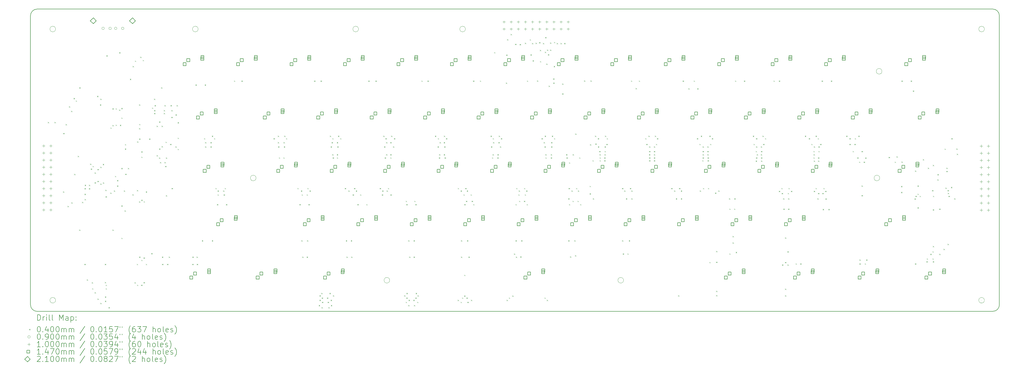
<source format=gbr>
%TF.GenerationSoftware,KiCad,Pcbnew,(6.0.9)*%
%TF.CreationDate,2023-04-02T22:18:43-05:00*%
%TF.ProjectId,BasePCB,42617365-5043-4422-9e6b-696361645f70,rev?*%
%TF.SameCoordinates,Original*%
%TF.FileFunction,Drillmap*%
%TF.FilePolarity,Positive*%
%FSLAX45Y45*%
G04 Gerber Fmt 4.5, Leading zero omitted, Abs format (unit mm)*
G04 Created by KiCad (PCBNEW (6.0.9)) date 2023-04-02 22:18:43*
%MOMM*%
%LPD*%
G01*
G04 APERTURE LIST*
%ADD10C,0.150000*%
%ADD11C,0.100000*%
%ADD12C,0.200000*%
%ADD13C,0.040000*%
%ADD14C,0.090000*%
%ADD15C,0.147000*%
%ADD16C,0.210000*%
G04 APERTURE END LIST*
D10*
X-15716250Y4524375D02*
X-15716250Y14843125D01*
D11*
X-2916250Y5397500D02*
G75*
G03*
X-2916250Y5397500I-100000J0D01*
G01*
X-14822500Y14366875D02*
G75*
G03*
X-14822500Y14366875I-100000J0D01*
G01*
D10*
X-15716250Y4524375D02*
G75*
G03*
X-15478125Y4286250I238125J0D01*
G01*
X18573750Y4286250D02*
X-15478125Y4286250D01*
X-15478125Y15081250D02*
G75*
G03*
X-15716250Y14843125I0J-238125D01*
G01*
X18573750Y15081250D02*
X-15478125Y15081250D01*
D11*
X5418125Y5397500D02*
G75*
G03*
X5418125Y5397500I-100000J0D01*
G01*
X-4027500Y14366875D02*
G75*
G03*
X-4027500Y14366875I-100000J0D01*
G01*
X18276875Y4683125D02*
G75*
G03*
X18276875Y4683125I-100000J0D01*
G01*
X18176875Y4683125D02*
G75*
G03*
X18176875Y4683125I0J0D01*
G01*
X-9742500Y14366875D02*
G75*
G03*
X-9742500Y14366875I-100000J0D01*
G01*
X14546250Y9048750D02*
G75*
G03*
X14546250Y9048750I-100000J0D01*
G01*
D10*
X18811875Y4524375D02*
X18811875Y14843125D01*
D11*
X-217500Y14366875D02*
G75*
G03*
X-217500Y14366875I-100000J0D01*
G01*
D10*
X18811880Y14843125D02*
G75*
G03*
X18573750Y15081250I-238130J-5D01*
G01*
D11*
X14625625Y12858750D02*
G75*
G03*
X14625625Y12858750I-100000J0D01*
G01*
X-14822500Y4683125D02*
G75*
G03*
X-14822500Y4683125I-100000J0D01*
G01*
D10*
X18573750Y4286255D02*
G75*
G03*
X18811875Y4524375I0J238125D01*
G01*
D11*
X18276875Y14366875D02*
G75*
G03*
X18276875Y14366875I-100000J0D01*
G01*
X-7678750Y9048750D02*
G75*
G03*
X-7678750Y9048750I-100000J0D01*
G01*
D12*
D13*
X-15101250Y11053125D02*
X-15061250Y11013125D01*
X-15061250Y11053125D02*
X-15101250Y11013125D01*
X-14863125Y11053125D02*
X-14823125Y11013125D01*
X-14823125Y11053125D02*
X-14863125Y11013125D01*
X-14557500Y8567500D02*
X-14517500Y8527500D01*
X-14517500Y8567500D02*
X-14557500Y8527500D01*
X-14547500Y10657500D02*
X-14507500Y10617500D01*
X-14507500Y10657500D02*
X-14547500Y10617500D01*
X-14466250Y10973750D02*
X-14426250Y10933750D01*
X-14426250Y10973750D02*
X-14466250Y10933750D01*
X-14397500Y8052500D02*
X-14357500Y8012500D01*
X-14357500Y8052500D02*
X-14397500Y8012500D01*
X-14345600Y11608750D02*
X-14305600Y11568750D01*
X-14305600Y11608750D02*
X-14345600Y11568750D01*
X-14269400Y11450000D02*
X-14229400Y11410000D01*
X-14229400Y11450000D02*
X-14269400Y11410000D01*
X-14260000Y8180000D02*
X-14220000Y8140000D01*
X-14220000Y8180000D02*
X-14260000Y8140000D01*
X-14180500Y11907200D02*
X-14140500Y11867200D01*
X-14140500Y11907200D02*
X-14180500Y11867200D01*
X-14159000Y9199000D02*
X-14119000Y9159000D01*
X-14119000Y9199000D02*
X-14159000Y9159000D01*
X-14104300Y11818300D02*
X-14064300Y11778300D01*
X-14064300Y11818300D02*
X-14104300Y11778300D01*
X-14031650Y9842500D02*
X-13991650Y9802500D01*
X-13991650Y9842500D02*
X-14031650Y9802500D01*
X-13985000Y7210000D02*
X-13945000Y7170000D01*
X-13945000Y7210000D02*
X-13985000Y7170000D01*
X-13977300Y12288200D02*
X-13937300Y12248200D01*
X-13937300Y12288200D02*
X-13977300Y12248200D01*
X-13882500Y8197500D02*
X-13842500Y8157500D01*
X-13842500Y8197500D02*
X-13882500Y8157500D01*
X-13795000Y5982500D02*
X-13755000Y5942500D01*
X-13755000Y5982500D02*
X-13795000Y5942500D01*
X-13792500Y8690000D02*
X-13752500Y8650000D01*
X-13752500Y8690000D02*
X-13792500Y8650000D01*
X-13792500Y8487500D02*
X-13752500Y8447500D01*
X-13752500Y8487500D02*
X-13792500Y8447500D01*
X-13790000Y8300000D02*
X-13750000Y8260000D01*
X-13750000Y8300000D02*
X-13790000Y8260000D01*
X-13783250Y8807500D02*
X-13743250Y8767500D01*
X-13743250Y8807500D02*
X-13783250Y8767500D01*
X-13710600Y5430200D02*
X-13670600Y5390200D01*
X-13670600Y5430200D02*
X-13710600Y5390200D01*
X-13637950Y8807500D02*
X-13597950Y8767500D01*
X-13597950Y8807500D02*
X-13637950Y8767500D01*
X-13637950Y8685000D02*
X-13597950Y8645000D01*
X-13597950Y8685000D02*
X-13637950Y8645000D01*
X-13595000Y9560000D02*
X-13555000Y9520000D01*
X-13555000Y9560000D02*
X-13595000Y9520000D01*
X-13564400Y9388100D02*
X-13524400Y9348100D01*
X-13524400Y9388100D02*
X-13564400Y9348100D01*
X-13532800Y5328600D02*
X-13492800Y5288600D01*
X-13492800Y5328600D02*
X-13532800Y5288600D01*
X-13520100Y5112700D02*
X-13480100Y5072700D01*
X-13480100Y5112700D02*
X-13520100Y5072700D01*
X-13503850Y9480000D02*
X-13463850Y9440000D01*
X-13463850Y9480000D02*
X-13503850Y9440000D01*
X-13431200Y9246300D02*
X-13391200Y9206300D01*
X-13391200Y9246300D02*
X-13431200Y9206300D01*
X-13431200Y8896200D02*
X-13391200Y8856200D01*
X-13391200Y8896200D02*
X-13431200Y8856200D01*
X-13431200Y4973000D02*
X-13391200Y4933000D01*
X-13391200Y4973000D02*
X-13431200Y4933000D01*
X-13342300Y11983400D02*
X-13302300Y11943400D01*
X-13302300Y11983400D02*
X-13342300Y11943400D01*
X-13329600Y9370000D02*
X-13289600Y9330000D01*
X-13289600Y9370000D02*
X-13329600Y9330000D01*
X-13329600Y8946875D02*
X-13289600Y8906875D01*
X-13289600Y8946875D02*
X-13329600Y8906875D01*
X-13329600Y4744400D02*
X-13289600Y4704400D01*
X-13289600Y4744400D02*
X-13329600Y4704400D01*
X-13240700Y11678600D02*
X-13200700Y11638600D01*
X-13200700Y11678600D02*
X-13240700Y11638600D01*
X-13228375Y11881800D02*
X-13188375Y11841800D01*
X-13188375Y11881800D02*
X-13228375Y11841800D01*
X-13228000Y9449500D02*
X-13188000Y9409500D01*
X-13188000Y9449500D02*
X-13228000Y9409500D01*
X-13228000Y8852000D02*
X-13188000Y8812000D01*
X-13188000Y8852000D02*
X-13228000Y8812000D01*
X-13228000Y4592000D02*
X-13188000Y4552000D01*
X-13188000Y4592000D02*
X-13228000Y4552000D01*
X-13139100Y9550900D02*
X-13099100Y9510900D01*
X-13099100Y9550900D02*
X-13139100Y9510900D01*
X-13137667Y8894779D02*
X-13097667Y8854779D01*
X-13097667Y8894779D02*
X-13137667Y8854779D01*
X-13066450Y5982500D02*
X-13026450Y5942500D01*
X-13026450Y5982500D02*
X-13066450Y5942500D01*
X-13066450Y5335366D02*
X-13026450Y5295366D01*
X-13026450Y5335366D02*
X-13066450Y5295366D01*
X-13062900Y4820600D02*
X-13022900Y4780600D01*
X-13022900Y4820600D02*
X-13062900Y4780600D01*
X-13062900Y4668200D02*
X-13022900Y4628200D01*
X-13022900Y4668200D02*
X-13062900Y4628200D01*
X-13052650Y8627329D02*
X-13012650Y8587329D01*
X-13012650Y8627329D02*
X-13052650Y8587329D01*
X-13040000Y8397500D02*
X-13000000Y8357500D01*
X-13000000Y8397500D02*
X-13040000Y8357500D01*
X-13037500Y5239700D02*
X-12997500Y5199700D01*
X-12997500Y5239700D02*
X-13037500Y5199700D01*
X-13037500Y5112700D02*
X-12997500Y5072700D01*
X-12997500Y5112700D02*
X-13037500Y5072700D01*
X-13012100Y13431200D02*
X-12972100Y13391200D01*
X-12972100Y13431200D02*
X-13012100Y13391200D01*
X-12935900Y4436050D02*
X-12895900Y4396050D01*
X-12895900Y4436050D02*
X-12935900Y4396050D01*
X-12872400Y8529000D02*
X-12832400Y8489000D01*
X-12832400Y8529000D02*
X-12872400Y8489000D01*
X-12868850Y10853100D02*
X-12828850Y10813100D01*
X-12828850Y10853100D02*
X-12868850Y10813100D01*
X-12796200Y11538900D02*
X-12756200Y11498900D01*
X-12756200Y11538900D02*
X-12796200Y11498900D01*
X-12796200Y10942000D02*
X-12756200Y10902000D01*
X-12756200Y10942000D02*
X-12796200Y10902000D01*
X-12795804Y7208946D02*
X-12755804Y7168946D01*
X-12755804Y7208946D02*
X-12795804Y7168946D01*
X-12748150Y8605200D02*
X-12708150Y8565200D01*
X-12708150Y8605200D02*
X-12748150Y8565200D01*
X-12707300Y9125900D02*
X-12667300Y9085900D01*
X-12667300Y9125900D02*
X-12707300Y9085900D01*
X-12681900Y11538900D02*
X-12641900Y11498900D01*
X-12641900Y11538900D02*
X-12681900Y11498900D01*
X-12681900Y10954700D02*
X-12641900Y10914700D01*
X-12641900Y10954700D02*
X-12681900Y10914700D01*
X-12631100Y8977125D02*
X-12591100Y8937125D01*
X-12591100Y8977125D02*
X-12631100Y8937125D01*
X-12631100Y8783000D02*
X-12591100Y8743000D01*
X-12591100Y8783000D02*
X-12631100Y8743000D01*
X-12558107Y11490900D02*
X-12518107Y11450900D01*
X-12518107Y11490900D02*
X-12558107Y11450900D01*
X-12554900Y13538450D02*
X-12514900Y13498450D01*
X-12514900Y13538450D02*
X-12554900Y13498450D01*
X-12529500Y10951150D02*
X-12489500Y10911150D01*
X-12489500Y10951150D02*
X-12529500Y10911150D01*
X-12478700Y11551600D02*
X-12438700Y11511600D01*
X-12438700Y11551600D02*
X-12478700Y11511600D01*
X-12478700Y11208700D02*
X-12438700Y11168700D01*
X-12438700Y11208700D02*
X-12478700Y11168700D01*
X-12478700Y9408100D02*
X-12438700Y9368100D01*
X-12438700Y9408100D02*
X-12478700Y9368100D01*
X-12478700Y8071800D02*
X-12438700Y8031800D01*
X-12438700Y8071800D02*
X-12478700Y8031800D01*
X-12478700Y6916100D02*
X-12438700Y6876100D01*
X-12438700Y6916100D02*
X-12478700Y6876100D01*
X-12389800Y8605200D02*
X-12349800Y8565200D01*
X-12349800Y8605200D02*
X-12389800Y8565200D01*
X-12364400Y7894000D02*
X-12324400Y7854000D01*
X-12324400Y7894000D02*
X-12364400Y7854000D01*
X-12352375Y10259625D02*
X-12312375Y10219625D01*
X-12312375Y10259625D02*
X-12352375Y10219625D01*
X-12351700Y10101625D02*
X-12311700Y10061625D01*
X-12311700Y10101625D02*
X-12351700Y10061625D01*
X-12339000Y9202100D02*
X-12299000Y9162100D01*
X-12299000Y9202100D02*
X-12339000Y9162100D01*
X-12245250Y9408100D02*
X-12205250Y9368100D01*
X-12205250Y9408100D02*
X-12245250Y9368100D01*
X-12173900Y12593000D02*
X-12133900Y12553000D01*
X-12133900Y12593000D02*
X-12173900Y12553000D01*
X-12085000Y8469050D02*
X-12045000Y8429050D01*
X-12045000Y8469050D02*
X-12085000Y8429050D01*
X-12078900Y13050200D02*
X-12038900Y13010200D01*
X-12038900Y13050200D02*
X-12078900Y13010200D01*
X-12008800Y5328600D02*
X-11968800Y5288600D01*
X-11968800Y5328600D02*
X-12008800Y5288600D01*
X-11996100Y13240700D02*
X-11956100Y13200700D01*
X-11956100Y13240700D02*
X-11996100Y13200700D01*
X-11930000Y5982500D02*
X-11890000Y5942500D01*
X-11890000Y5982500D02*
X-11930000Y5942500D01*
X-11926250Y8621450D02*
X-11886250Y8581450D01*
X-11886250Y8621450D02*
X-11926250Y8581450D01*
X-11919900Y5239700D02*
X-11879900Y5199700D01*
X-11879900Y5239700D02*
X-11919900Y5199700D01*
X-11916350Y10357800D02*
X-11876350Y10317800D01*
X-11876350Y10357800D02*
X-11916350Y10317800D01*
X-11847250Y11678600D02*
X-11807250Y11638600D01*
X-11807250Y11678600D02*
X-11847250Y11638600D01*
X-11846250Y10830250D02*
X-11806250Y10790250D01*
X-11806250Y10830250D02*
X-11846250Y10790250D01*
X-11846250Y8214050D02*
X-11806250Y8174050D01*
X-11806250Y8214050D02*
X-11846250Y8174050D01*
X-11843700Y10980100D02*
X-11803700Y10940100D01*
X-11803700Y10980100D02*
X-11843700Y10940100D01*
X-11843700Y10459400D02*
X-11803700Y10419400D01*
X-11803700Y10459400D02*
X-11843700Y10419400D01*
X-11843700Y6243000D02*
X-11803700Y6203000D01*
X-11803700Y6243000D02*
X-11843700Y6203000D01*
X-11805600Y13380400D02*
X-11765600Y13340400D01*
X-11765600Y13380400D02*
X-11805600Y13340400D01*
X-11771050Y5239700D02*
X-11731050Y5199700D01*
X-11731050Y5239700D02*
X-11771050Y5199700D01*
X-11767500Y10002200D02*
X-11727500Y9962200D01*
X-11727500Y10002200D02*
X-11767500Y9962200D01*
X-11767500Y9811700D02*
X-11727500Y9771700D01*
X-11727500Y9811700D02*
X-11767500Y9771700D01*
X-11767208Y8275226D02*
X-11727208Y8235226D01*
X-11727208Y8275226D02*
X-11767208Y8235226D01*
X-11767208Y6128700D02*
X-11727208Y6088700D01*
X-11727208Y6128700D02*
X-11767208Y6088700D01*
X-11716700Y13266100D02*
X-11676700Y13226100D01*
X-11676700Y13266100D02*
X-11716700Y13226100D01*
X-11688125Y6211250D02*
X-11648125Y6171250D01*
X-11648125Y6211250D02*
X-11688125Y6171250D01*
X-11688125Y5331775D02*
X-11648125Y5291775D01*
X-11648125Y5331775D02*
X-11688125Y5291775D01*
X-11684257Y8219466D02*
X-11644257Y8179466D01*
X-11644257Y8219466D02*
X-11684257Y8179466D01*
X-11607500Y5982500D02*
X-11567500Y5942500D01*
X-11567500Y5982500D02*
X-11607500Y5942500D01*
X-11606250Y8570950D02*
X-11566250Y8530950D01*
X-11566250Y8570950D02*
X-11606250Y8530950D01*
X-11489526Y10459056D02*
X-11449526Y10419056D01*
X-11449526Y10459056D02*
X-11489526Y10419056D01*
X-11411900Y6370000D02*
X-11371900Y6330000D01*
X-11371900Y6370000D02*
X-11411900Y6330000D01*
X-11386500Y11564300D02*
X-11346500Y11524300D01*
X-11346500Y11564300D02*
X-11386500Y11524300D01*
X-11313850Y11881800D02*
X-11273850Y11841800D01*
X-11273850Y11881800D02*
X-11313850Y11841800D01*
X-11310300Y11475400D02*
X-11270300Y11435400D01*
X-11270300Y11475400D02*
X-11310300Y11435400D01*
X-11310300Y11373800D02*
X-11270300Y11333800D01*
X-11270300Y11373800D02*
X-11310300Y11333800D01*
X-11294050Y11653200D02*
X-11254050Y11613200D01*
X-11254050Y11653200D02*
X-11294050Y11613200D01*
X-11221400Y10916600D02*
X-11181400Y10876600D01*
X-11181400Y10916600D02*
X-11221400Y10876600D01*
X-11221400Y9867975D02*
X-11181400Y9827975D01*
X-11181400Y9867975D02*
X-11221400Y9827975D01*
X-11135000Y9780625D02*
X-11095000Y9740625D01*
X-11095000Y9780625D02*
X-11135000Y9740625D01*
X-11132500Y11069000D02*
X-11092500Y11029000D01*
X-11092500Y11069000D02*
X-11132500Y11029000D01*
X-11132500Y10103800D02*
X-11092500Y10063800D01*
X-11092500Y10103800D02*
X-11132500Y10063800D01*
X-11103550Y9621200D02*
X-11063550Y9581200D01*
X-11063550Y9621200D02*
X-11103550Y9581200D01*
X-11059850Y12288200D02*
X-11019850Y12248200D01*
X-11019850Y12288200D02*
X-11059850Y12248200D01*
X-11045000Y10187975D02*
X-11005000Y10147975D01*
X-11005000Y10187975D02*
X-11045000Y10147975D01*
X-11043600Y10916600D02*
X-11003600Y10876600D01*
X-11003600Y10916600D02*
X-11043600Y10876600D01*
X-11030900Y6243000D02*
X-10990900Y6203000D01*
X-10990900Y6243000D02*
X-11030900Y6203000D01*
X-11030000Y5982500D02*
X-10990000Y5942500D01*
X-10990000Y5982500D02*
X-11030000Y5942500D01*
X-10970950Y11475400D02*
X-10930950Y11435400D01*
X-10930950Y11475400D02*
X-10970950Y11435400D01*
X-10967400Y11373800D02*
X-10927400Y11333800D01*
X-10927400Y11373800D02*
X-10967400Y11333800D01*
X-10942000Y11653200D02*
X-10902000Y11613200D01*
X-10902000Y11653200D02*
X-10942000Y11613200D01*
X-10942000Y9621200D02*
X-10902000Y9581200D01*
X-10902000Y9621200D02*
X-10942000Y9581200D01*
X-10916600Y9481500D02*
X-10876600Y9441500D01*
X-10876600Y9481500D02*
X-10916600Y9441500D01*
X-10903900Y10345100D02*
X-10863900Y10305100D01*
X-10863900Y10345100D02*
X-10903900Y10305100D01*
X-10894375Y9783125D02*
X-10854375Y9743125D01*
X-10854375Y9783125D02*
X-10894375Y9743125D01*
X-10894375Y8433750D02*
X-10854375Y8393750D01*
X-10854375Y8433750D02*
X-10894375Y8393750D01*
X-10850000Y5982500D02*
X-10810000Y5942500D01*
X-10810000Y5982500D02*
X-10850000Y5942500D01*
X-10789600Y6243000D02*
X-10749600Y6203000D01*
X-10749600Y6243000D02*
X-10789600Y6203000D01*
X-10738800Y10268900D02*
X-10698800Y10228900D01*
X-10698800Y10268900D02*
X-10738800Y10228900D01*
X-10726100Y11653200D02*
X-10686100Y11613200D01*
X-10686100Y11653200D02*
X-10726100Y11613200D01*
X-10697150Y11475400D02*
X-10657150Y11435400D01*
X-10657150Y11475400D02*
X-10697150Y11435400D01*
X-10697150Y11234100D02*
X-10657150Y11194100D01*
X-10657150Y11234100D02*
X-10697150Y11194100D01*
X-10688000Y8694100D02*
X-10648000Y8654100D01*
X-10648000Y8694100D02*
X-10688000Y8654100D01*
X-10551850Y10180000D02*
X-10511850Y10140000D01*
X-10511850Y10180000D02*
X-10551850Y10140000D01*
X-10548300Y11323000D02*
X-10508300Y11283000D01*
X-10508300Y11323000D02*
X-10548300Y11283000D01*
X-10510200Y11653200D02*
X-10470200Y11613200D01*
X-10470200Y11653200D02*
X-10510200Y11613200D01*
X-10472100Y11043600D02*
X-10432100Y11003600D01*
X-10432100Y11043600D02*
X-10472100Y11003600D01*
X-10472100Y10488350D02*
X-10432100Y10448350D01*
X-10432100Y10488350D02*
X-10472100Y10448350D01*
X-10472100Y10091100D02*
X-10432100Y10051100D01*
X-10432100Y10091100D02*
X-10472100Y10051100D01*
X-9952500Y5982500D02*
X-9912500Y5942500D01*
X-9912500Y5982500D02*
X-9952500Y5942500D01*
X-9947025Y6243000D02*
X-9907025Y6203000D01*
X-9907025Y6243000D02*
X-9947025Y6203000D01*
X-9837100Y12389800D02*
X-9797100Y12349800D01*
X-9797100Y12389800D02*
X-9837100Y12349800D01*
X-9799000Y6243000D02*
X-9759000Y6203000D01*
X-9759000Y6243000D02*
X-9799000Y6203000D01*
X-9792500Y5982500D02*
X-9752500Y5942500D01*
X-9752500Y5982500D02*
X-9792500Y5942500D01*
X-9608500Y6827200D02*
X-9568500Y6787200D01*
X-9568500Y6827200D02*
X-9608500Y6787200D01*
X-9532300Y10472100D02*
X-9492300Y10432100D01*
X-9492300Y10472100D02*
X-9532300Y10432100D01*
X-9506900Y12389800D02*
X-9466900Y12349800D01*
X-9466900Y12389800D02*
X-9506900Y12349800D01*
X-9494200Y10332400D02*
X-9454200Y10292400D01*
X-9454200Y10332400D02*
X-9494200Y10292400D01*
X-9494200Y10180000D02*
X-9454200Y10140000D01*
X-9454200Y10180000D02*
X-9494200Y10140000D01*
X-9303700Y10332400D02*
X-9263700Y10292400D01*
X-9263700Y10332400D02*
X-9303700Y10292400D01*
X-9303700Y10180000D02*
X-9263700Y10140000D01*
X-9263700Y10180000D02*
X-9303700Y10140000D01*
X-9252900Y10561000D02*
X-9212900Y10521000D01*
X-9212900Y10561000D02*
X-9252900Y10521000D01*
X-9252900Y6827200D02*
X-9212900Y6787200D01*
X-9212900Y6827200D02*
X-9252900Y6787200D01*
X-9176700Y10472100D02*
X-9136700Y10432100D01*
X-9136700Y10472100D02*
X-9176700Y10432100D01*
X-9125900Y8694100D02*
X-9085900Y8654100D01*
X-9085900Y8694100D02*
X-9125900Y8654100D01*
X-9068750Y8116250D02*
X-9028750Y8076250D01*
X-9028750Y8116250D02*
X-9068750Y8076250D01*
X-9049700Y8605200D02*
X-9009700Y8565200D01*
X-9009700Y8605200D02*
X-9049700Y8565200D01*
X-9049700Y8465500D02*
X-9009700Y8425500D01*
X-9009700Y8465500D02*
X-9049700Y8425500D01*
X-8849225Y8605200D02*
X-8809225Y8565200D01*
X-8809225Y8605200D02*
X-8849225Y8565200D01*
X-8833800Y8465500D02*
X-8793800Y8425500D01*
X-8793800Y8465500D02*
X-8833800Y8425500D01*
X-8795700Y8694100D02*
X-8755700Y8654100D01*
X-8755700Y8694100D02*
X-8795700Y8654100D01*
X-8751250Y8116250D02*
X-8711250Y8076250D01*
X-8711250Y8116250D02*
X-8751250Y8076250D01*
X-8465500Y12529500D02*
X-8425500Y12489500D01*
X-8425500Y12529500D02*
X-8465500Y12489500D01*
X-8198800Y12529500D02*
X-8158800Y12489500D01*
X-8158800Y12529500D02*
X-8198800Y12489500D01*
X-7055800Y10472100D02*
X-7015800Y10432100D01*
X-7015800Y10472100D02*
X-7055800Y10432100D01*
X-6903400Y10561000D02*
X-6863400Y10521000D01*
X-6863400Y10561000D02*
X-6903400Y10521000D01*
X-6903400Y10332400D02*
X-6863400Y10292400D01*
X-6863400Y10332400D02*
X-6903400Y10292400D01*
X-6890700Y10180000D02*
X-6850700Y10140000D01*
X-6850700Y10180000D02*
X-6890700Y10140000D01*
X-6865300Y9786300D02*
X-6825300Y9746300D01*
X-6825300Y9786300D02*
X-6865300Y9746300D01*
X-6706100Y9786300D02*
X-6666100Y9746300D01*
X-6666100Y9786300D02*
X-6706100Y9746300D01*
X-6700200Y10332400D02*
X-6660200Y10292400D01*
X-6660200Y10332400D02*
X-6700200Y10292400D01*
X-6687500Y10180000D02*
X-6647500Y10140000D01*
X-6647500Y10180000D02*
X-6687500Y10140000D01*
X-6674800Y10561000D02*
X-6634800Y10521000D01*
X-6634800Y10561000D02*
X-6674800Y10521000D01*
X-6611300Y10472100D02*
X-6571300Y10432100D01*
X-6571300Y10472100D02*
X-6611300Y10432100D01*
X-6204900Y8694100D02*
X-6164900Y8654100D01*
X-6164900Y8694100D02*
X-6204900Y8654100D01*
X-6131875Y8116250D02*
X-6091875Y8076250D01*
X-6091875Y8116250D02*
X-6131875Y8076250D01*
X-6077900Y8605200D02*
X-6037900Y8565200D01*
X-6037900Y8605200D02*
X-6077900Y8565200D01*
X-6065200Y6827200D02*
X-6025200Y6787200D01*
X-6025200Y6827200D02*
X-6065200Y6787200D01*
X-6052500Y8465500D02*
X-6012500Y8425500D01*
X-6012500Y8465500D02*
X-6052500Y8425500D01*
X-6029900Y6243000D02*
X-5989900Y6203000D01*
X-5989900Y6243000D02*
X-6029900Y6203000D01*
X-5874700Y8465500D02*
X-5834700Y8425500D01*
X-5834700Y8465500D02*
X-5874700Y8425500D01*
X-5874700Y6243000D02*
X-5834700Y6203000D01*
X-5834700Y6243000D02*
X-5874700Y6203000D01*
X-5862000Y6827200D02*
X-5822000Y6787200D01*
X-5822000Y6827200D02*
X-5862000Y6787200D01*
X-5849300Y8694100D02*
X-5809300Y8654100D01*
X-5809300Y8694100D02*
X-5849300Y8654100D01*
X-5814375Y8116250D02*
X-5774375Y8076250D01*
X-5774375Y8116250D02*
X-5814375Y8076250D01*
X-5773100Y8605200D02*
X-5733100Y8565200D01*
X-5733100Y8605200D02*
X-5773100Y8565200D01*
X-5608000Y12529500D02*
X-5568000Y12489500D01*
X-5568000Y12529500D02*
X-5608000Y12489500D01*
X-5442900Y4515800D02*
X-5402900Y4475800D01*
X-5402900Y4515800D02*
X-5442900Y4475800D01*
X-5417500Y4861875D02*
X-5377500Y4821875D01*
X-5377500Y4861875D02*
X-5417500Y4821875D01*
X-5417500Y4703125D02*
X-5377500Y4663125D01*
X-5377500Y4703125D02*
X-5417500Y4663125D01*
X-5379400Y12529500D02*
X-5339400Y12489500D01*
X-5339400Y12529500D02*
X-5379400Y12489500D01*
X-5354000Y4947600D02*
X-5314000Y4907600D01*
X-5314000Y4947600D02*
X-5354000Y4907600D01*
X-5344850Y4436050D02*
X-5304850Y4396050D01*
X-5304850Y4436050D02*
X-5344850Y4396050D01*
X-5338125Y4782500D02*
X-5298125Y4742500D01*
X-5298125Y4782500D02*
X-5338125Y4742500D01*
X-5328600Y4630100D02*
X-5288600Y4590100D01*
X-5288600Y4630100D02*
X-5328600Y4590100D01*
X-5154350Y4782500D02*
X-5114350Y4742500D01*
X-5114350Y4782500D02*
X-5154350Y4742500D01*
X-5125400Y4630100D02*
X-5085400Y4590100D01*
X-5085400Y4630100D02*
X-5125400Y4590100D01*
X-5100000Y4439600D02*
X-5060000Y4399600D01*
X-5060000Y4439600D02*
X-5100000Y4399600D01*
X-5061900Y4947600D02*
X-5021900Y4907600D01*
X-5021900Y4947600D02*
X-5061900Y4907600D01*
X-5049200Y10561000D02*
X-5009200Y10521000D01*
X-5009200Y10561000D02*
X-5049200Y10521000D01*
X-5020625Y10180000D02*
X-4980625Y10140000D01*
X-4980625Y10180000D02*
X-5020625Y10140000D01*
X-5020625Y4703125D02*
X-4980625Y4663125D01*
X-4980625Y4703125D02*
X-5020625Y4663125D01*
X-5011100Y4515800D02*
X-4971100Y4475800D01*
X-4971100Y4515800D02*
X-5011100Y4475800D01*
X-4985700Y10332400D02*
X-4945700Y10292400D01*
X-4945700Y10332400D02*
X-4985700Y10292400D01*
X-4967500Y9902500D02*
X-4927500Y9862500D01*
X-4927500Y9902500D02*
X-4967500Y9862500D01*
X-4960300Y10472100D02*
X-4920300Y10432100D01*
X-4920300Y10472100D02*
X-4960300Y10432100D01*
X-4947600Y9786300D02*
X-4907600Y9746300D01*
X-4907600Y9786300D02*
X-4947600Y9746300D01*
X-4941250Y4861875D02*
X-4901250Y4821875D01*
X-4901250Y4861875D02*
X-4941250Y4821875D01*
X-4801100Y10332400D02*
X-4761100Y10292400D01*
X-4761100Y10332400D02*
X-4801100Y10292400D01*
X-4801100Y9786300D02*
X-4761100Y9746300D01*
X-4761100Y9786300D02*
X-4801100Y9746300D01*
X-4800000Y9902500D02*
X-4760000Y9862500D01*
X-4760000Y9902500D02*
X-4800000Y9862500D01*
X-4782500Y10180000D02*
X-4742500Y10140000D01*
X-4742500Y10180000D02*
X-4782500Y10140000D01*
X-4757100Y10561000D02*
X-4717100Y10521000D01*
X-4717100Y10561000D02*
X-4757100Y10521000D01*
X-4680900Y10472100D02*
X-4640900Y10432100D01*
X-4640900Y10472100D02*
X-4680900Y10432100D01*
X-4515800Y8694100D02*
X-4475800Y8654100D01*
X-4475800Y8694100D02*
X-4515800Y8654100D01*
X-4477700Y6827200D02*
X-4437700Y6787200D01*
X-4437700Y6827200D02*
X-4477700Y6787200D01*
X-4458275Y6243000D02*
X-4418275Y6203000D01*
X-4418275Y6243000D02*
X-4458275Y6203000D01*
X-4388800Y8605200D02*
X-4348800Y8565200D01*
X-4348800Y8605200D02*
X-4388800Y8565200D01*
X-4299900Y6827200D02*
X-4259900Y6787200D01*
X-4259900Y6827200D02*
X-4299900Y6787200D01*
X-4287200Y6243000D02*
X-4247200Y6203000D01*
X-4247200Y6243000D02*
X-4287200Y6203000D01*
X-4236400Y8465500D02*
X-4196400Y8425500D01*
X-4196400Y8465500D02*
X-4236400Y8425500D01*
X-4185600Y8694100D02*
X-4145600Y8654100D01*
X-4145600Y8694100D02*
X-4185600Y8654100D01*
X-4122100Y8605200D02*
X-4082100Y8565200D01*
X-4082100Y8605200D02*
X-4122100Y8565200D01*
X-4068125Y8116250D02*
X-4028125Y8076250D01*
X-4028125Y8116250D02*
X-4068125Y8076250D01*
X-3969700Y8465500D02*
X-3929700Y8425500D01*
X-3929700Y8465500D02*
X-3969700Y8425500D01*
X-3750625Y8116250D02*
X-3710625Y8076250D01*
X-3710625Y8116250D02*
X-3750625Y8076250D01*
X-3677600Y12529500D02*
X-3637600Y12489500D01*
X-3637600Y12529500D02*
X-3677600Y12489500D01*
X-3423600Y12529500D02*
X-3383600Y12489500D01*
X-3383600Y12529500D02*
X-3423600Y12489500D01*
X-3271200Y8694100D02*
X-3231200Y8654100D01*
X-3231200Y8694100D02*
X-3271200Y8654100D01*
X-3195000Y8465500D02*
X-3155000Y8425500D01*
X-3155000Y8465500D02*
X-3195000Y8425500D01*
X-3182300Y8605200D02*
X-3142300Y8565200D01*
X-3142300Y8605200D02*
X-3182300Y8565200D01*
X-3144200Y10561000D02*
X-3104200Y10521000D01*
X-3104200Y10561000D02*
X-3144200Y10521000D01*
X-3115625Y10180000D02*
X-3075625Y10140000D01*
X-3075625Y10180000D02*
X-3115625Y10140000D01*
X-3093400Y9786300D02*
X-3053400Y9746300D01*
X-3053400Y9786300D02*
X-3093400Y9746300D01*
X-3068000Y10472100D02*
X-3028000Y10432100D01*
X-3028000Y10472100D02*
X-3068000Y10432100D01*
X-3042600Y10332400D02*
X-3002600Y10292400D01*
X-3002600Y10332400D02*
X-3042600Y10292400D01*
X-3042500Y9902500D02*
X-3002500Y9862500D01*
X-3002500Y9902500D02*
X-3042500Y9862500D01*
X-3027100Y8605200D02*
X-2987100Y8565200D01*
X-2987100Y8605200D02*
X-3027100Y8565200D01*
X-2979100Y8694100D02*
X-2939100Y8654100D01*
X-2939100Y8694100D02*
X-2979100Y8654100D01*
X-2896100Y10332400D02*
X-2856100Y10292400D01*
X-2856100Y10332400D02*
X-2896100Y10292400D01*
X-2896100Y9902500D02*
X-2856100Y9862500D01*
X-2856100Y9902500D02*
X-2896100Y9862500D01*
X-2896100Y9786300D02*
X-2856100Y9746300D01*
X-2856100Y9786300D02*
X-2896100Y9746300D01*
X-2890200Y8465500D02*
X-2850200Y8425500D01*
X-2850200Y8465500D02*
X-2890200Y8425500D01*
X-2864800Y10561000D02*
X-2824800Y10521000D01*
X-2824800Y10561000D02*
X-2864800Y10521000D01*
X-2798125Y10180000D02*
X-2758125Y10140000D01*
X-2758125Y10180000D02*
X-2798125Y10140000D01*
X-2763200Y10472100D02*
X-2723200Y10432100D01*
X-2723200Y10472100D02*
X-2763200Y10432100D01*
X-2401250Y4861875D02*
X-2361250Y4821875D01*
X-2361250Y4861875D02*
X-2401250Y4821875D01*
X-2344100Y8236900D02*
X-2304100Y8196900D01*
X-2304100Y8236900D02*
X-2344100Y8196900D01*
X-2344100Y4630100D02*
X-2304100Y4590100D01*
X-2304100Y4630100D02*
X-2344100Y4590100D01*
X-2321875Y8116250D02*
X-2281875Y8076250D01*
X-2281875Y8116250D02*
X-2321875Y8076250D01*
X-2321875Y4782500D02*
X-2281875Y4742500D01*
X-2281875Y4782500D02*
X-2321875Y4742500D01*
X-2318700Y4947600D02*
X-2278700Y4907600D01*
X-2278700Y4947600D02*
X-2318700Y4907600D01*
X-2255200Y6827200D02*
X-2215200Y6787200D01*
X-2215200Y6827200D02*
X-2255200Y6787200D01*
X-2255200Y4515800D02*
X-2215200Y4475800D01*
X-2215200Y4515800D02*
X-2255200Y4475800D01*
X-2242500Y4703125D02*
X-2202500Y4663125D01*
X-2202500Y4703125D02*
X-2242500Y4663125D01*
X-2219900Y6243226D02*
X-2179900Y6203226D01*
X-2179900Y6243226D02*
X-2219900Y6203226D01*
X-2074600Y4703125D02*
X-2034600Y4663125D01*
X-2034600Y4703125D02*
X-2074600Y4663125D01*
X-2064926Y6243226D02*
X-2024926Y6203226D01*
X-2024926Y6243226D02*
X-2064926Y6203226D01*
X-2064700Y6827200D02*
X-2024700Y6787200D01*
X-2024700Y6827200D02*
X-2064700Y6787200D01*
X-2052000Y4515800D02*
X-2012000Y4475800D01*
X-2012000Y4515800D02*
X-2052000Y4475800D01*
X-2039300Y8236900D02*
X-1999300Y8196900D01*
X-1999300Y8236900D02*
X-2039300Y8196900D01*
X-2004375Y8116250D02*
X-1964375Y8076250D01*
X-1964375Y8116250D02*
X-2004375Y8076250D01*
X-2004375Y4782500D02*
X-1964375Y4742500D01*
X-1964375Y4782500D02*
X-2004375Y4742500D01*
X-1988500Y4947600D02*
X-1948500Y4907600D01*
X-1948500Y4947600D02*
X-1988500Y4907600D01*
X-1937700Y4630100D02*
X-1897700Y4590100D01*
X-1897700Y4630100D02*
X-1937700Y4590100D01*
X-1925000Y4861875D02*
X-1885000Y4821875D01*
X-1885000Y4861875D02*
X-1925000Y4821875D01*
X-1785300Y12529500D02*
X-1745300Y12489500D01*
X-1745300Y12529500D02*
X-1785300Y12489500D01*
X-1569400Y12529500D02*
X-1529400Y12489500D01*
X-1529400Y12529500D02*
X-1569400Y12489500D01*
X-1302700Y10561000D02*
X-1262700Y10521000D01*
X-1262700Y10561000D02*
X-1302700Y10521000D01*
X-1210625Y10180000D02*
X-1170625Y10140000D01*
X-1170625Y10180000D02*
X-1210625Y10140000D01*
X-1201100Y10472100D02*
X-1161100Y10432100D01*
X-1161100Y10472100D02*
X-1201100Y10432100D01*
X-1163000Y9786300D02*
X-1123000Y9746300D01*
X-1123000Y9786300D02*
X-1163000Y9746300D01*
X-1157500Y9902500D02*
X-1117500Y9862500D01*
X-1117500Y9902500D02*
X-1157500Y9862500D01*
X-1137600Y10332400D02*
X-1097600Y10292400D01*
X-1097600Y10332400D02*
X-1137600Y10292400D01*
X-991100Y10332400D02*
X-951100Y10292400D01*
X-951100Y10332400D02*
X-991100Y10292400D01*
X-991100Y9902500D02*
X-951100Y9862500D01*
X-951100Y9902500D02*
X-991100Y9862500D01*
X-985200Y10561000D02*
X-945200Y10521000D01*
X-945200Y10561000D02*
X-985200Y10521000D01*
X-972500Y10180000D02*
X-932500Y10140000D01*
X-932500Y10180000D02*
X-972500Y10140000D01*
X-959800Y9786300D02*
X-919800Y9746300D01*
X-919800Y9786300D02*
X-959800Y9746300D01*
X-909000Y10472100D02*
X-869000Y10432100D01*
X-869000Y10472100D02*
X-909000Y10432100D01*
X-496250Y4703125D02*
X-456250Y4663125D01*
X-456250Y4703125D02*
X-496250Y4663125D01*
X-489900Y8694100D02*
X-449900Y8654100D01*
X-449900Y8694100D02*
X-489900Y8654100D01*
X-388300Y8605200D02*
X-348300Y8565200D01*
X-348300Y8605200D02*
X-388300Y8565200D01*
X-388300Y4630100D02*
X-348300Y4590100D01*
X-348300Y4630100D02*
X-388300Y4590100D01*
X-375600Y6827200D02*
X-335600Y6787200D01*
X-335600Y6827200D02*
X-375600Y6787200D01*
X-375600Y6243000D02*
X-335600Y6203000D01*
X-335600Y6243000D02*
X-375600Y6203000D01*
X-337500Y4782500D02*
X-297500Y4742500D01*
X-297500Y4782500D02*
X-337500Y4742500D01*
X-286700Y8465500D02*
X-246700Y8425500D01*
X-246700Y8465500D02*
X-286700Y8425500D01*
X-261300Y5595300D02*
X-221300Y5555300D01*
X-221300Y5595300D02*
X-261300Y5555300D01*
X-260716Y4855150D02*
X-220716Y4815150D01*
X-220716Y4855150D02*
X-260716Y4815150D01*
X-258125Y8116250D02*
X-218125Y8076250D01*
X-218125Y8116250D02*
X-258125Y8076250D01*
X-223200Y8694100D02*
X-183200Y8654100D01*
X-183200Y8694100D02*
X-223200Y8654100D01*
X-197800Y8236900D02*
X-157800Y8196900D01*
X-157800Y8236900D02*
X-197800Y8196900D01*
X-178750Y4782500D02*
X-138750Y4742500D01*
X-138750Y4782500D02*
X-178750Y4742500D01*
X-168082Y8605200D02*
X-128082Y8565200D01*
X-128082Y8605200D02*
X-168082Y8565200D01*
X-159700Y6827200D02*
X-119700Y6787200D01*
X-119700Y6827200D02*
X-159700Y6787200D01*
X-147000Y4630100D02*
X-107000Y4590100D01*
X-107000Y4630100D02*
X-147000Y4590100D01*
X-108329Y6243571D02*
X-68329Y6203571D01*
X-68329Y6243571D02*
X-108329Y6203571D01*
X-32700Y8465500D02*
X7300Y8425500D01*
X7300Y8465500D02*
X-32700Y8425500D01*
X-20000Y4703125D02*
X20000Y4663125D01*
X20000Y4703125D02*
X-20000Y4663125D01*
X5400Y8236900D02*
X45400Y8196900D01*
X45400Y8236900D02*
X5400Y8196900D01*
X56200Y12529500D02*
X96200Y12489500D01*
X96200Y12529500D02*
X56200Y12489500D01*
X59375Y8116250D02*
X99375Y8076250D01*
X99375Y8116250D02*
X59375Y8076250D01*
X297500Y12529500D02*
X337500Y12489500D01*
X337500Y12529500D02*
X297500Y12489500D01*
X678500Y10561000D02*
X718500Y10521000D01*
X718500Y10561000D02*
X678500Y10521000D01*
X694375Y10180000D02*
X734375Y10140000D01*
X734375Y10180000D02*
X694375Y10140000D01*
X729300Y9786300D02*
X769300Y9746300D01*
X769300Y9786300D02*
X729300Y9746300D01*
X752500Y9902500D02*
X792500Y9862500D01*
X792500Y9902500D02*
X752500Y9862500D01*
X754700Y10472100D02*
X794700Y10432100D01*
X794700Y10472100D02*
X754700Y10432100D01*
X767400Y10332400D02*
X807400Y10292400D01*
X807400Y10332400D02*
X767400Y10292400D01*
X805500Y13545250D02*
X845500Y13505250D01*
X845500Y13545250D02*
X805500Y13505250D01*
X919800Y9786300D02*
X959800Y9746300D01*
X959800Y9786300D02*
X919800Y9746300D01*
X922500Y9902500D02*
X962500Y9862500D01*
X962500Y9902500D02*
X922500Y9862500D01*
X957900Y10332400D02*
X997900Y10292400D01*
X997900Y10332400D02*
X957900Y10292400D01*
X970600Y10561000D02*
X1010600Y10521000D01*
X1010600Y10561000D02*
X970600Y10521000D01*
X1011875Y10180000D02*
X1051875Y10140000D01*
X1051875Y10180000D02*
X1011875Y10140000D01*
X1046800Y10472100D02*
X1086800Y10432100D01*
X1086800Y10472100D02*
X1046800Y10432100D01*
X1224600Y12456850D02*
X1264600Y12416850D01*
X1264600Y12456850D02*
X1224600Y12416850D01*
X1237300Y13456600D02*
X1277300Y13416600D01*
X1277300Y13456600D02*
X1237300Y13416600D01*
X1250000Y4703125D02*
X1290000Y4663125D01*
X1290000Y4703125D02*
X1250000Y4663125D01*
X1265000Y14006250D02*
X1305000Y13966250D01*
X1305000Y14006250D02*
X1265000Y13966250D01*
X1329375Y4782500D02*
X1369375Y4742500D01*
X1369375Y4782500D02*
X1329375Y4742500D01*
X1392875Y14192875D02*
X1432875Y14152875D01*
X1432875Y14192875D02*
X1392875Y14152875D01*
X1453200Y4855150D02*
X1493200Y4815150D01*
X1493200Y4855150D02*
X1453200Y4815150D01*
X1510350Y6350950D02*
X1550350Y6310950D01*
X1550350Y6350950D02*
X1510350Y6310950D01*
X1552500Y13840000D02*
X1592500Y13800000D01*
X1592500Y13840000D02*
X1552500Y13800000D01*
X1567500Y8116250D02*
X1607500Y8076250D01*
X1607500Y8116250D02*
X1567500Y8076250D01*
X1567500Y6827200D02*
X1607500Y6787200D01*
X1607500Y6827200D02*
X1567500Y6787200D01*
X1580200Y6243000D02*
X1620200Y6203000D01*
X1620200Y6243000D02*
X1580200Y6203000D01*
X1592900Y8694100D02*
X1632900Y8654100D01*
X1632900Y8694100D02*
X1592900Y8654100D01*
X1669100Y8465500D02*
X1709100Y8425500D01*
X1709100Y8465500D02*
X1669100Y8425500D01*
X1681800Y8605200D02*
X1721800Y8565200D01*
X1721800Y8605200D02*
X1681800Y8565200D01*
X1694500Y8236900D02*
X1734500Y8196900D01*
X1734500Y8236900D02*
X1694500Y8196900D01*
X1712500Y13832500D02*
X1752500Y13792500D01*
X1752500Y13832500D02*
X1712500Y13792500D01*
X1735400Y6249925D02*
X1775400Y6209925D01*
X1775400Y6249925D02*
X1735400Y6209925D01*
X1770700Y6827200D02*
X1810700Y6787200D01*
X1810700Y6827200D02*
X1770700Y6787200D01*
X1866400Y8236900D02*
X1906400Y8196900D01*
X1906400Y8236900D02*
X1866400Y8196900D01*
X1872300Y8694100D02*
X1912300Y8654100D01*
X1912300Y8694100D02*
X1872300Y8654100D01*
X1897700Y8465500D02*
X1937700Y8425500D01*
X1937700Y8465500D02*
X1897700Y8425500D01*
X1900875Y13876625D02*
X1940875Y13836625D01*
X1940875Y13876625D02*
X1900875Y13836625D01*
X1948500Y8605200D02*
X1988500Y8565200D01*
X1988500Y8605200D02*
X1948500Y8565200D01*
X1964375Y8116250D02*
X2004375Y8076250D01*
X2004375Y8116250D02*
X1964375Y8076250D01*
X1973900Y12529500D02*
X2013900Y12489500D01*
X2013900Y12529500D02*
X1973900Y12489500D01*
X2075000Y14002500D02*
X2115000Y13962500D01*
X2115000Y14002500D02*
X2075000Y13962500D01*
X2100000Y13465000D02*
X2140000Y13425000D01*
X2140000Y13465000D02*
X2100000Y13425000D01*
X2155000Y13872500D02*
X2195000Y13832500D01*
X2195000Y13872500D02*
X2155000Y13832500D01*
X2177500Y13255000D02*
X2217500Y13215000D01*
X2217500Y13255000D02*
X2177500Y13215000D01*
X2280000Y13877500D02*
X2320000Y13837500D01*
X2320000Y13877500D02*
X2280000Y13837500D01*
X2333833Y12531167D02*
X2373833Y12491167D01*
X2373833Y12531167D02*
X2333833Y12491167D01*
X2410000Y13900000D02*
X2450000Y13860000D01*
X2450000Y13900000D02*
X2410000Y13860000D01*
X2436371Y13623871D02*
X2476371Y13583871D01*
X2476371Y13623871D02*
X2436371Y13583871D01*
X2440000Y13222500D02*
X2480000Y13182500D01*
X2480000Y13222500D02*
X2440000Y13182500D01*
X2494600Y10472100D02*
X2534600Y10432100D01*
X2534600Y10472100D02*
X2494600Y10432100D01*
X2542500Y13872150D02*
X2582500Y13832150D01*
X2582500Y13872150D02*
X2542500Y13832150D01*
X2570800Y10332400D02*
X2610800Y10292400D01*
X2610800Y10332400D02*
X2570800Y10292400D01*
X2599375Y10180000D02*
X2639375Y10140000D01*
X2639375Y10180000D02*
X2599375Y10140000D01*
X2599375Y4782500D02*
X2639375Y4742500D01*
X2639375Y4782500D02*
X2599375Y4742500D01*
X2608900Y10561000D02*
X2648900Y10521000D01*
X2648900Y10561000D02*
X2608900Y10521000D01*
X2612650Y13557500D02*
X2652650Y13517500D01*
X2652650Y13557500D02*
X2612650Y13517500D01*
X2625000Y14085000D02*
X2665000Y14045000D01*
X2665000Y14085000D02*
X2625000Y14045000D01*
X2632500Y9900000D02*
X2672500Y9860000D01*
X2672500Y9900000D02*
X2632500Y9860000D01*
X2634300Y9786300D02*
X2674300Y9746300D01*
X2674300Y9786300D02*
X2634300Y9746300D01*
X2662650Y13135000D02*
X2702650Y13095000D01*
X2702650Y13135000D02*
X2662650Y13095000D01*
X2678750Y4703125D02*
X2718750Y4663125D01*
X2718750Y4703125D02*
X2678750Y4663125D01*
X2687500Y13635000D02*
X2727500Y13595000D01*
X2727500Y13635000D02*
X2687500Y13595000D01*
X2724850Y13467500D02*
X2764850Y13427500D01*
X2764850Y13467500D02*
X2724850Y13427500D01*
X2745000Y12343700D02*
X2785000Y12303700D01*
X2785000Y12343700D02*
X2745000Y12303700D01*
X2797500Y13636050D02*
X2837500Y13596050D01*
X2837500Y13636050D02*
X2797500Y13596050D01*
X2800000Y13887500D02*
X2840000Y13847500D01*
X2840000Y13887500D02*
X2800000Y13847500D01*
X2822500Y9897500D02*
X2862500Y9857500D01*
X2862500Y9897500D02*
X2822500Y9857500D01*
X2824800Y9786300D02*
X2864800Y9746300D01*
X2864800Y9786300D02*
X2824800Y9746300D01*
X2837500Y10332400D02*
X2877500Y10292400D01*
X2877500Y10332400D02*
X2837500Y10292400D01*
X2837500Y10180000D02*
X2877500Y10140000D01*
X2877500Y10180000D02*
X2837500Y10140000D01*
X2862900Y10561000D02*
X2902900Y10521000D01*
X2902900Y10561000D02*
X2862900Y10521000D01*
X2910150Y12605000D02*
X2950150Y12565000D01*
X2950150Y12605000D02*
X2910150Y12565000D01*
X2912500Y12458517D02*
X2952500Y12418517D01*
X2952500Y12458517D02*
X2912500Y12418517D01*
X2930000Y13047500D02*
X2970000Y13007500D01*
X2970000Y13047500D02*
X2930000Y13007500D01*
X2938049Y13907648D02*
X2978049Y13867648D01*
X2978049Y13907648D02*
X2938049Y13867648D01*
X2939100Y10472100D02*
X2979100Y10432100D01*
X2979100Y10472100D02*
X2939100Y10432100D01*
X3035000Y13872150D02*
X3075000Y13832150D01*
X3075000Y13872150D02*
X3035000Y13832150D01*
X3170000Y13872150D02*
X3210000Y13832150D01*
X3210000Y13872150D02*
X3170000Y13832150D01*
X3232500Y12425000D02*
X3272500Y12385000D01*
X3272500Y12425000D02*
X3232500Y12385000D01*
X3232500Y12070000D02*
X3272500Y12030000D01*
X3272500Y12070000D02*
X3232500Y12030000D01*
X3302500Y13872150D02*
X3342500Y13832150D01*
X3342500Y13872150D02*
X3302500Y13832150D01*
X3371147Y9898270D02*
X3411147Y9858270D01*
X3411147Y9898270D02*
X3371147Y9858270D01*
X3383600Y9786300D02*
X3423600Y9746300D01*
X3423600Y9786300D02*
X3383600Y9746300D01*
X3447100Y8325800D02*
X3487100Y8285800D01*
X3487100Y8325800D02*
X3447100Y8285800D01*
X3447100Y6827200D02*
X3487100Y6787200D01*
X3487100Y6827200D02*
X3447100Y6787200D01*
X3459800Y8694100D02*
X3499800Y8654100D01*
X3499800Y8694100D02*
X3459800Y8654100D01*
X3472500Y9608500D02*
X3512500Y9568500D01*
X3512500Y9608500D02*
X3472500Y9568500D01*
X3472500Y8116250D02*
X3512500Y8076250D01*
X3512500Y8116250D02*
X3472500Y8076250D01*
X3510600Y6249925D02*
X3550600Y6209925D01*
X3550600Y6249925D02*
X3510600Y6209925D01*
X3561400Y8605200D02*
X3601400Y8565200D01*
X3601400Y8605200D02*
X3561400Y8565200D01*
X3599500Y8236900D02*
X3639500Y8196900D01*
X3639500Y8236900D02*
X3599500Y8196900D01*
X3605000Y9897500D02*
X3645000Y9857500D01*
X3645000Y9897500D02*
X3605000Y9857500D01*
X3663000Y6827200D02*
X3703000Y6787200D01*
X3703000Y6827200D02*
X3663000Y6787200D01*
X3685796Y6295325D02*
X3725796Y6255325D01*
X3725796Y6295325D02*
X3685796Y6255325D01*
X3697500Y10633650D02*
X3737500Y10593650D01*
X3737500Y10633650D02*
X3697500Y10593650D01*
X3726500Y8694100D02*
X3766500Y8654100D01*
X3766500Y8694100D02*
X3726500Y8654100D01*
X3777300Y8236900D02*
X3817300Y8196900D01*
X3817300Y8236900D02*
X3777300Y8196900D01*
X3790000Y8605200D02*
X3830000Y8565200D01*
X3830000Y8605200D02*
X3790000Y8565200D01*
X3836200Y9786300D02*
X3876200Y9746300D01*
X3876200Y9786300D02*
X3836200Y9746300D01*
X3869375Y8116250D02*
X3909375Y8076250D01*
X3909375Y8116250D02*
X3869375Y8076250D01*
X4007567Y12531167D02*
X4047567Y12491167D01*
X4047567Y12531167D02*
X4007567Y12491167D01*
X4209100Y8770300D02*
X4249100Y8730300D01*
X4249100Y8770300D02*
X4209100Y8730300D01*
X4209100Y8503600D02*
X4249100Y8463600D01*
X4249100Y8503600D02*
X4209100Y8463600D01*
X4221800Y10252650D02*
X4261800Y10212650D01*
X4261800Y10252650D02*
X4221800Y10212650D01*
X4237274Y12531167D02*
X4277274Y12491167D01*
X4277274Y12531167D02*
X4237274Y12491167D01*
X4310700Y9684700D02*
X4350700Y9644700D01*
X4350700Y9684700D02*
X4310700Y9644700D01*
X4323400Y8325800D02*
X4363400Y8285800D01*
X4363400Y8325800D02*
X4323400Y8285800D01*
X4399600Y10561000D02*
X4439600Y10521000D01*
X4439600Y10561000D02*
X4399600Y10521000D01*
X4412300Y10281600D02*
X4452300Y10241600D01*
X4452300Y10281600D02*
X4412300Y10241600D01*
X4501200Y10472100D02*
X4541200Y10432100D01*
X4541200Y10472100D02*
X4501200Y10432100D01*
X4504375Y10180000D02*
X4544375Y10140000D01*
X4544375Y10180000D02*
X4504375Y10140000D01*
X4552000Y10014900D02*
X4592000Y9974900D01*
X4592000Y10014900D02*
X4552000Y9974900D01*
X4560000Y9897500D02*
X4600000Y9857500D01*
X4600000Y9897500D02*
X4560000Y9857500D01*
X4564700Y9786300D02*
X4604700Y9746300D01*
X4604700Y9786300D02*
X4564700Y9746300D01*
X4564700Y9684700D02*
X4604700Y9644700D01*
X4604700Y9684700D02*
X4564700Y9644700D01*
X4729800Y9786300D02*
X4769800Y9746300D01*
X4769800Y9786300D02*
X4729800Y9746300D01*
X4729800Y9684700D02*
X4769800Y9644700D01*
X4769800Y9684700D02*
X4729800Y9644700D01*
X4735000Y9897500D02*
X4775000Y9857500D01*
X4775000Y9897500D02*
X4735000Y9857500D01*
X4742500Y10180000D02*
X4782500Y10140000D01*
X4782500Y10180000D02*
X4742500Y10140000D01*
X4742500Y10014900D02*
X4782500Y9974900D01*
X4782500Y10014900D02*
X4742500Y9974900D01*
X4755200Y10561000D02*
X4795200Y10521000D01*
X4795200Y10561000D02*
X4755200Y10521000D01*
X4806000Y10268900D02*
X4846000Y10228900D01*
X4846000Y10268900D02*
X4806000Y10228900D01*
X4818700Y10472100D02*
X4858700Y10432100D01*
X4858700Y10472100D02*
X4818700Y10432100D01*
X5364800Y8694100D02*
X5404800Y8654100D01*
X5404800Y8694100D02*
X5364800Y8654100D01*
X5364800Y6827200D02*
X5404800Y6787200D01*
X5404800Y6827200D02*
X5364800Y6787200D01*
X5390200Y6357300D02*
X5430200Y6317300D01*
X5430200Y6357300D02*
X5390200Y6317300D01*
X5441000Y8605200D02*
X5481000Y8565200D01*
X5481000Y8605200D02*
X5441000Y8565200D01*
X5504500Y8325800D02*
X5544500Y8285800D01*
X5544500Y8325800D02*
X5504500Y8285800D01*
X5555300Y6357300D02*
X5595300Y6317300D01*
X5595300Y6357300D02*
X5555300Y6317300D01*
X5606100Y6827200D02*
X5646100Y6787200D01*
X5646100Y6827200D02*
X5606100Y6787200D01*
X5644200Y8694100D02*
X5684200Y8654100D01*
X5684200Y8694100D02*
X5644200Y8654100D01*
X5682300Y12529500D02*
X5722300Y12489500D01*
X5722300Y12529500D02*
X5682300Y12489500D01*
X5695000Y8605200D02*
X5735000Y8565200D01*
X5735000Y8605200D02*
X5695000Y8565200D01*
X5695000Y8325800D02*
X5735000Y8285800D01*
X5735000Y8325800D02*
X5695000Y8285800D01*
X5847400Y12262800D02*
X5887400Y12222800D01*
X5887400Y12262800D02*
X5847400Y12222800D01*
X5961700Y12529500D02*
X6001700Y12489500D01*
X6001700Y12529500D02*
X5961700Y12489500D01*
X6190300Y10472100D02*
X6230300Y10432100D01*
X6230300Y10472100D02*
X6190300Y10432100D01*
X6228400Y10268900D02*
X6268400Y10228900D01*
X6268400Y10268900D02*
X6228400Y10228900D01*
X6304600Y10561000D02*
X6344600Y10521000D01*
X6344600Y10561000D02*
X6304600Y10521000D01*
X6325000Y9897500D02*
X6365000Y9857500D01*
X6365000Y9897500D02*
X6325000Y9857500D01*
X6330000Y10180000D02*
X6370000Y10140000D01*
X6370000Y10180000D02*
X6330000Y10140000D01*
X6330000Y10014900D02*
X6370000Y9974900D01*
X6370000Y10014900D02*
X6330000Y9974900D01*
X6330000Y9786300D02*
X6370000Y9746300D01*
X6370000Y9786300D02*
X6330000Y9746300D01*
X6330000Y9684700D02*
X6370000Y9644700D01*
X6370000Y9684700D02*
X6330000Y9644700D01*
X6497900Y10180000D02*
X6537900Y10140000D01*
X6537900Y10180000D02*
X6497900Y10140000D01*
X6497900Y10014900D02*
X6537900Y9974900D01*
X6537900Y10014900D02*
X6497900Y9974900D01*
X6497900Y9897500D02*
X6537900Y9857500D01*
X6537900Y9897500D02*
X6497900Y9857500D01*
X6497900Y9786300D02*
X6537900Y9746300D01*
X6537900Y9786300D02*
X6497900Y9746300D01*
X6497900Y9684700D02*
X6537900Y9644700D01*
X6537900Y9684700D02*
X6497900Y9644700D01*
X6533200Y10561000D02*
X6573200Y10521000D01*
X6573200Y10561000D02*
X6533200Y10521000D01*
X6571300Y10268900D02*
X6611300Y10228900D01*
X6611300Y10268900D02*
X6571300Y10228900D01*
X6609400Y10472100D02*
X6649400Y10432100D01*
X6649400Y10472100D02*
X6609400Y10432100D01*
X7117400Y8694100D02*
X7157400Y8654100D01*
X7157400Y8694100D02*
X7117400Y8654100D01*
X7219000Y8605200D02*
X7259000Y8565200D01*
X7259000Y8605200D02*
X7219000Y8565200D01*
X7282500Y8325800D02*
X7322500Y8285800D01*
X7322500Y8325800D02*
X7282500Y8285800D01*
X7361875Y4861875D02*
X7401875Y4821875D01*
X7401875Y4861875D02*
X7361875Y4821875D01*
X7396800Y8694100D02*
X7436800Y8654100D01*
X7436800Y8694100D02*
X7396800Y8654100D01*
X7460300Y8605200D02*
X7500300Y8565200D01*
X7500300Y8605200D02*
X7460300Y8565200D01*
X7460300Y8325800D02*
X7500300Y8285800D01*
X7500300Y8325800D02*
X7460300Y8285800D01*
X7523800Y12529500D02*
X7563800Y12489500D01*
X7563800Y12529500D02*
X7523800Y12489500D01*
X7727000Y12252900D02*
X7767000Y12212900D01*
X7767000Y12252900D02*
X7727000Y12212900D01*
X7917500Y12529500D02*
X7957500Y12489500D01*
X7957500Y12529500D02*
X7917500Y12489500D01*
X8031800Y10472100D02*
X8071800Y10432100D01*
X8071800Y10472100D02*
X8031800Y10432100D01*
X8044500Y12252900D02*
X8084500Y12212900D01*
X8084500Y12252900D02*
X8044500Y12212900D01*
X8120700Y10268900D02*
X8160700Y10228900D01*
X8160700Y10268900D02*
X8120700Y10228900D01*
X8133400Y8605200D02*
X8173400Y8565200D01*
X8173400Y8605200D02*
X8133400Y8565200D01*
X8171500Y10561000D02*
X8211500Y10521000D01*
X8211500Y10561000D02*
X8171500Y10521000D01*
X8222300Y9684700D02*
X8262300Y9644700D01*
X8262300Y9684700D02*
X8222300Y9644700D01*
X8232500Y9897500D02*
X8272500Y9857500D01*
X8272500Y9897500D02*
X8232500Y9857500D01*
X8235000Y10180000D02*
X8275000Y10140000D01*
X8275000Y10180000D02*
X8235000Y10140000D01*
X8235000Y10014900D02*
X8275000Y9974900D01*
X8275000Y10014900D02*
X8235000Y9974900D01*
X8235000Y9786300D02*
X8275000Y9746300D01*
X8275000Y9786300D02*
X8235000Y9746300D01*
X8247700Y8694100D02*
X8287700Y8654100D01*
X8287700Y8694100D02*
X8247700Y8654100D01*
X8402900Y10180000D02*
X8442900Y10140000D01*
X8442900Y10180000D02*
X8402900Y10140000D01*
X8402900Y10014900D02*
X8442900Y9974900D01*
X8442900Y10014900D02*
X8402900Y9974900D01*
X8405000Y9897500D02*
X8445000Y9857500D01*
X8445000Y9897500D02*
X8405000Y9857500D01*
X8412800Y9786300D02*
X8452800Y9746300D01*
X8452800Y9786300D02*
X8412800Y9746300D01*
X8412800Y9684700D02*
X8452800Y9644700D01*
X8452800Y9684700D02*
X8412800Y9644700D01*
X8425500Y8694100D02*
X8465500Y8654100D01*
X8465500Y8694100D02*
X8425500Y8654100D01*
X8476300Y10561000D02*
X8516300Y10521000D01*
X8516300Y10561000D02*
X8476300Y10521000D01*
X8476300Y6052500D02*
X8516300Y6012500D01*
X8516300Y6052500D02*
X8476300Y6012500D01*
X8501700Y10268900D02*
X8541700Y10228900D01*
X8541700Y10268900D02*
X8501700Y10228900D01*
X8565200Y10472100D02*
X8605200Y10432100D01*
X8605200Y10472100D02*
X8565200Y10432100D01*
X8679500Y8525450D02*
X8719500Y8485450D01*
X8719500Y8525450D02*
X8679500Y8485450D01*
X8717600Y6446200D02*
X8757600Y6406200D01*
X8757600Y6446200D02*
X8717600Y6406200D01*
X8717600Y6059225D02*
X8757600Y6019225D01*
X8757600Y6059225D02*
X8717600Y6019225D01*
X8717600Y5020250D02*
X8757600Y4980250D01*
X8757600Y5020250D02*
X8717600Y4980250D01*
X8717600Y4871400D02*
X8757600Y4831400D01*
X8757600Y4871400D02*
X8717600Y4831400D01*
X8793800Y8605200D02*
X8833800Y8565200D01*
X8833800Y8605200D02*
X8793800Y8565200D01*
X9174800Y8325800D02*
X9214800Y8285800D01*
X9214800Y8325800D02*
X9174800Y8285800D01*
X9187500Y7957500D02*
X9227500Y7917500D01*
X9227500Y7957500D02*
X9187500Y7917500D01*
X9187500Y6357300D02*
X9227500Y6317300D01*
X9227500Y6357300D02*
X9187500Y6317300D01*
X9301800Y6979600D02*
X9341800Y6939600D01*
X9341800Y6979600D02*
X9301800Y6939600D01*
X9301800Y6751000D02*
X9341800Y6711000D01*
X9341800Y6751000D02*
X9301800Y6711000D01*
X9355400Y7957500D02*
X9395400Y7917500D01*
X9395400Y7957500D02*
X9355400Y7917500D01*
X9365300Y8325800D02*
X9405300Y8285800D01*
X9405300Y8325800D02*
X9365300Y8285800D01*
X9390700Y12529500D02*
X9430700Y12489500D01*
X9430700Y12529500D02*
X9390700Y12489500D01*
X9416100Y6413375D02*
X9456100Y6373375D01*
X9456100Y6413375D02*
X9416100Y6373375D01*
X9708200Y12529500D02*
X9748200Y12489500D01*
X9748200Y12529500D02*
X9708200Y12489500D01*
X10025700Y10561000D02*
X10065700Y10521000D01*
X10065700Y10561000D02*
X10025700Y10521000D01*
X10051100Y10268900D02*
X10091100Y10228900D01*
X10091100Y10268900D02*
X10051100Y10228900D01*
X10127300Y10014900D02*
X10167300Y9974900D01*
X10167300Y10014900D02*
X10127300Y9974900D01*
X10127300Y9672000D02*
X10167300Y9632000D01*
X10167300Y9672000D02*
X10127300Y9632000D01*
X10140000Y10472100D02*
X10180000Y10432100D01*
X10180000Y10472100D02*
X10140000Y10432100D01*
X10140000Y10180000D02*
X10180000Y10140000D01*
X10180000Y10180000D02*
X10140000Y10140000D01*
X10140000Y9786300D02*
X10180000Y9746300D01*
X10180000Y9786300D02*
X10140000Y9746300D01*
X10162500Y9897500D02*
X10202500Y9857500D01*
X10202500Y9897500D02*
X10162500Y9857500D01*
X10307900Y10180000D02*
X10347900Y10140000D01*
X10347900Y10180000D02*
X10307900Y10140000D01*
X10307900Y9897500D02*
X10347900Y9857500D01*
X10347900Y9897500D02*
X10307900Y9857500D01*
X10317800Y10014900D02*
X10357800Y9974900D01*
X10357800Y10014900D02*
X10317800Y9974900D01*
X10317800Y9786300D02*
X10357800Y9746300D01*
X10357800Y9786300D02*
X10317800Y9746300D01*
X10317800Y9672000D02*
X10357800Y9632000D01*
X10357800Y9672000D02*
X10317800Y9632000D01*
X10368600Y10561000D02*
X10408600Y10521000D01*
X10408600Y10561000D02*
X10368600Y10521000D01*
X10394000Y10268900D02*
X10434000Y10228900D01*
X10434000Y10268900D02*
X10394000Y10228900D01*
X10457500Y10472100D02*
X10497500Y10432100D01*
X10497500Y10472100D02*
X10457500Y10432100D01*
X10762300Y12529500D02*
X10802300Y12489500D01*
X10802300Y12529500D02*
X10762300Y12489500D01*
X10952800Y12529500D02*
X10992800Y12489500D01*
X10992800Y12529500D02*
X10952800Y12489500D01*
X10952800Y8592500D02*
X10992800Y8552500D01*
X10992800Y8592500D02*
X10952800Y8552500D01*
X11041700Y8694100D02*
X11081700Y8654100D01*
X11081700Y8694100D02*
X11041700Y8654100D01*
X11054400Y8516300D02*
X11094400Y8476300D01*
X11094400Y8516300D02*
X11054400Y8476300D01*
X11067100Y5963600D02*
X11107100Y5923600D01*
X11107100Y5963600D02*
X11067100Y5923600D01*
X11105200Y8325800D02*
X11145200Y8285800D01*
X11145200Y8325800D02*
X11105200Y8285800D01*
X11115100Y7957500D02*
X11155100Y7917500D01*
X11155100Y7957500D02*
X11115100Y7917500D01*
X11171875Y6925625D02*
X11211875Y6885625D01*
X11211875Y6925625D02*
X11171875Y6885625D01*
X11171875Y6052500D02*
X11211875Y6012500D01*
X11211875Y6052500D02*
X11171875Y6012500D01*
X11171875Y5100000D02*
X11211875Y5060000D01*
X11211875Y5100000D02*
X11171875Y5060000D01*
X11171875Y4861875D02*
X11211875Y4821875D01*
X11211875Y4861875D02*
X11171875Y4821875D01*
X11257600Y6433500D02*
X11297600Y6393500D01*
X11297600Y6433500D02*
X11257600Y6393500D01*
X11257600Y5963600D02*
X11297600Y5923600D01*
X11297600Y5963600D02*
X11257600Y5923600D01*
X11270300Y8516300D02*
X11310300Y8476300D01*
X11310300Y8516300D02*
X11270300Y8476300D01*
X11283000Y8325800D02*
X11323000Y8285800D01*
X11323000Y8325800D02*
X11283000Y8285800D01*
X11283000Y7957500D02*
X11323000Y7917500D01*
X11323000Y7957500D02*
X11283000Y7917500D01*
X11295700Y8694100D02*
X11335700Y8654100D01*
X11335700Y8694100D02*
X11295700Y8654100D01*
X11384600Y8592500D02*
X11424600Y8552500D01*
X11424600Y8592500D02*
X11384600Y8552500D01*
X11549700Y6001700D02*
X11589700Y5961700D01*
X11589700Y6001700D02*
X11549700Y5961700D01*
X11714800Y6001700D02*
X11754800Y5961700D01*
X11754800Y6001700D02*
X11714800Y5961700D01*
X11879900Y10561000D02*
X11919900Y10521000D01*
X11919900Y10561000D02*
X11879900Y10521000D01*
X12019600Y10472100D02*
X12059600Y10432100D01*
X12059600Y10472100D02*
X12019600Y10432100D01*
X12108500Y10268900D02*
X12148500Y10228900D01*
X12148500Y10268900D02*
X12108500Y10228900D01*
X12184700Y10014900D02*
X12224700Y9974900D01*
X12224700Y10014900D02*
X12184700Y9974900D01*
X12184700Y9786300D02*
X12224700Y9746300D01*
X12224700Y9786300D02*
X12184700Y9746300D01*
X12190000Y9897500D02*
X12230000Y9857500D01*
X12230000Y9897500D02*
X12190000Y9857500D01*
X12197400Y9672000D02*
X12237400Y9632000D01*
X12237400Y9672000D02*
X12197400Y9632000D01*
X12197400Y8592500D02*
X12237400Y8552500D01*
X12237400Y8592500D02*
X12197400Y8552500D01*
X12198600Y10180000D02*
X12238600Y10140000D01*
X12238600Y10180000D02*
X12198600Y10140000D01*
X12260900Y10561000D02*
X12300900Y10521000D01*
X12300900Y10561000D02*
X12260900Y10521000D01*
X12260900Y8694100D02*
X12300900Y8654100D01*
X12300900Y8694100D02*
X12260900Y8654100D01*
X12324400Y8325800D02*
X12364400Y8285800D01*
X12364400Y8325800D02*
X12324400Y8285800D01*
X12337100Y10472100D02*
X12377100Y10432100D01*
X12377100Y10472100D02*
X12337100Y10432100D01*
X12349800Y9786300D02*
X12389800Y9746300D01*
X12389800Y9786300D02*
X12349800Y9746300D01*
X12349800Y9672000D02*
X12389800Y9632000D01*
X12389800Y9672000D02*
X12349800Y9632000D01*
X12350175Y8516300D02*
X12390175Y8476300D01*
X12390175Y8516300D02*
X12350175Y8476300D01*
X12362500Y10180000D02*
X12402500Y10140000D01*
X12402500Y10180000D02*
X12362500Y10140000D01*
X12362500Y10014900D02*
X12402500Y9974900D01*
X12402500Y10014900D02*
X12362500Y9974900D01*
X12426000Y10268900D02*
X12466000Y10228900D01*
X12466000Y10268900D02*
X12426000Y10228900D01*
X12476800Y12529500D02*
X12516800Y12489500D01*
X12516800Y12529500D02*
X12476800Y12489500D01*
X12502200Y8516300D02*
X12542200Y8476300D01*
X12542200Y8516300D02*
X12502200Y8476300D01*
X12514329Y7944229D02*
X12554329Y7904229D01*
X12554329Y7944229D02*
X12514329Y7904229D01*
X12540300Y8694100D02*
X12580300Y8654100D01*
X12580300Y8694100D02*
X12540300Y8654100D01*
X12603800Y8592500D02*
X12643800Y8552500D01*
X12643800Y8592500D02*
X12603800Y8552500D01*
X12610362Y8319662D02*
X12650362Y8279662D01*
X12650362Y8319662D02*
X12610362Y8279662D01*
X12718671Y7945371D02*
X12758671Y7905371D01*
X12758671Y7945371D02*
X12718671Y7905371D01*
X12807000Y12529500D02*
X12847000Y12489500D01*
X12847000Y12529500D02*
X12807000Y12489500D01*
X13353100Y10561000D02*
X13393100Y10521000D01*
X13393100Y10561000D02*
X13353100Y10521000D01*
X13467400Y10472100D02*
X13507400Y10432100D01*
X13507400Y10472100D02*
X13467400Y10432100D01*
X13467400Y10268900D02*
X13507400Y10228900D01*
X13507400Y10268900D02*
X13467400Y10228900D01*
X13580776Y10013976D02*
X13620776Y9973976D01*
X13620776Y10013976D02*
X13580776Y9973976D01*
X13645200Y10268900D02*
X13685200Y10228900D01*
X13685200Y10268900D02*
X13645200Y10228900D01*
X13657900Y10472100D02*
X13697900Y10432100D01*
X13697900Y10472100D02*
X13657900Y10432100D01*
X13746800Y9786300D02*
X13786800Y9746300D01*
X13786800Y9786300D02*
X13746800Y9746300D01*
X13784900Y10561000D02*
X13824900Y10521000D01*
X13824900Y10561000D02*
X13784900Y10521000D01*
X13810300Y9633900D02*
X13850300Y9593900D01*
X13850300Y9633900D02*
X13810300Y9593900D01*
X13822429Y6140829D02*
X13862429Y6100829D01*
X13862429Y6140829D02*
X13822429Y6100829D01*
X13823000Y6001700D02*
X13863000Y5961700D01*
X13863000Y6001700D02*
X13823000Y5961700D01*
X13899200Y10014900D02*
X13939200Y9974900D01*
X13939200Y10014900D02*
X13899200Y9974900D01*
X13899200Y8783000D02*
X13939200Y8743000D01*
X13939200Y8783000D02*
X13899200Y8743000D01*
X13899200Y8440100D02*
X13939200Y8400100D01*
X13939200Y8440100D02*
X13899200Y8400100D01*
X13975400Y9633900D02*
X14015400Y9593900D01*
X14015400Y9633900D02*
X13975400Y9593900D01*
X14013500Y6001700D02*
X14053500Y5961700D01*
X14053500Y6001700D02*
X14013500Y5961700D01*
X14029375Y9783125D02*
X14069375Y9743125D01*
X14069375Y9783125D02*
X14029375Y9743125D01*
X14063729Y6140829D02*
X14103729Y6100829D01*
X14103729Y6140829D02*
X14063729Y6100829D01*
X14864400Y9802550D02*
X14904400Y9762550D01*
X14904400Y9802550D02*
X14864400Y9762550D01*
X15080300Y9633900D02*
X15120300Y9593900D01*
X15120300Y9633900D02*
X15080300Y9593900D01*
X15143800Y9824400D02*
X15183800Y9784400D01*
X15183800Y9824400D02*
X15143800Y9784400D01*
X15308900Y8766750D02*
X15348900Y8726750D01*
X15348900Y8766750D02*
X15308900Y8726750D01*
X15308900Y8554400D02*
X15348900Y8514400D01*
X15348900Y8554400D02*
X15308900Y8514400D01*
X15321281Y9635064D02*
X15361281Y9595064D01*
X15361281Y9635064D02*
X15321281Y9595064D01*
X15321600Y12529500D02*
X15361600Y12489500D01*
X15361600Y12529500D02*
X15321600Y12489500D01*
X15651800Y12529500D02*
X15691800Y12489500D01*
X15691800Y12529500D02*
X15651800Y12489500D01*
X15728000Y12173900D02*
X15768000Y12133900D01*
X15768000Y12173900D02*
X15728000Y12133900D01*
X15789501Y8319662D02*
X15829501Y8279662D01*
X15829501Y8319662D02*
X15789501Y8279662D01*
X15804200Y9316400D02*
X15844200Y9276400D01*
X15844200Y9316400D02*
X15804200Y9276400D01*
X15804200Y6001700D02*
X15844200Y5961700D01*
X15844200Y6001700D02*
X15804200Y5961700D01*
X15820450Y8414700D02*
X15860450Y8374700D01*
X15860450Y8414700D02*
X15820450Y8374700D01*
X15893100Y8783000D02*
X15933100Y8743000D01*
X15933100Y8783000D02*
X15893100Y8743000D01*
X15893100Y8490900D02*
X15933100Y8450900D01*
X15933100Y8490900D02*
X15893100Y8450900D01*
X15893100Y8004750D02*
X15933100Y7964750D01*
X15933100Y8004750D02*
X15893100Y7964750D01*
X15969300Y8414700D02*
X16009300Y8374700D01*
X16009300Y8414700D02*
X15969300Y8374700D01*
X16082500Y9720000D02*
X16122500Y9680000D01*
X16122500Y9720000D02*
X16082500Y9680000D01*
X16210600Y6077900D02*
X16250600Y6037900D01*
X16250600Y6077900D02*
X16210600Y6037900D01*
X16223300Y6179500D02*
X16263300Y6139500D01*
X16263300Y6179500D02*
X16223300Y6139500D01*
X16261400Y9418000D02*
X16301400Y9378000D01*
X16301400Y9418000D02*
X16261400Y9378000D01*
X16350300Y6340725D02*
X16390300Y6300725D01*
X16390300Y6340725D02*
X16350300Y6300725D01*
X16413800Y8617900D02*
X16453800Y8577900D01*
X16453800Y8617900D02*
X16413800Y8577900D01*
X16426500Y6433500D02*
X16466500Y6393500D01*
X16466500Y6433500D02*
X16426500Y6393500D01*
X16426500Y6179500D02*
X16466500Y6139500D01*
X16466500Y6179500D02*
X16426500Y6139500D01*
X16439200Y9519600D02*
X16479200Y9479600D01*
X16479200Y9519600D02*
X16439200Y9479600D01*
X16439200Y7932100D02*
X16479200Y7892100D01*
X16479200Y7932100D02*
X16439200Y7892100D01*
X16439200Y6624000D02*
X16479200Y6584000D01*
X16479200Y6624000D02*
X16439200Y6584000D01*
X16439200Y6077900D02*
X16479200Y6037900D01*
X16479200Y6077900D02*
X16439200Y6037900D01*
X16442750Y8414700D02*
X16482750Y8374700D01*
X16482750Y8414700D02*
X16442750Y8374700D01*
X16596746Y9002904D02*
X16636746Y8962904D01*
X16636746Y9002904D02*
X16596746Y8962904D01*
X16602924Y9191069D02*
X16642924Y9151069D01*
X16642924Y9191069D02*
X16602924Y9151069D01*
X16667800Y7957500D02*
X16707800Y7917500D01*
X16707800Y7957500D02*
X16667800Y7917500D01*
X16667800Y6344600D02*
X16707800Y6304600D01*
X16707800Y6344600D02*
X16667800Y6304600D01*
X16816650Y6522400D02*
X16856650Y6482400D01*
X16856650Y6522400D02*
X16816650Y6482400D01*
X16858300Y10097750D02*
X16898300Y10057750D01*
X16898300Y10097750D02*
X16858300Y10057750D01*
X16889300Y8706800D02*
X16929300Y8666800D01*
X16929300Y8706800D02*
X16889300Y8666800D01*
X16921800Y9418000D02*
X16961800Y9378000D01*
X16961800Y9418000D02*
X16921800Y9378000D01*
X16921800Y9303700D02*
X16961800Y9263700D01*
X16961800Y9303700D02*
X16921800Y9263700D01*
X16962000Y8617900D02*
X17002000Y8577900D01*
X17002000Y8617900D02*
X16962000Y8577900D01*
X16962000Y6700200D02*
X17002000Y6660200D01*
X17002000Y6700200D02*
X16962000Y6660200D01*
X16973834Y8518653D02*
X17013834Y8478653D01*
X17013834Y8518653D02*
X16973834Y8478653D01*
X16998000Y8414700D02*
X17038000Y8374700D01*
X17038000Y8414700D02*
X16998000Y8374700D01*
X17086900Y8732200D02*
X17126900Y8692200D01*
X17126900Y8732200D02*
X17086900Y8692200D01*
X17099600Y10472100D02*
X17139600Y10432100D01*
X17139600Y10472100D02*
X17099600Y10432100D01*
X17201200Y8325800D02*
X17241200Y8285800D01*
X17241200Y8325800D02*
X17201200Y8285800D01*
X17277400Y10103800D02*
X17317400Y10063800D01*
X17317400Y10103800D02*
X17277400Y10063800D01*
X17295550Y9918750D02*
X17335550Y9878750D01*
X17335550Y9918750D02*
X17295550Y9878750D01*
D14*
X-13084375Y14390875D02*
G75*
G03*
X-13084375Y14390875I-45000J0D01*
G01*
X-12834375Y14390875D02*
G75*
G03*
X-12834375Y14390875I-45000J0D01*
G01*
X-12634375Y14390875D02*
G75*
G03*
X-12634375Y14390875I-45000J0D01*
G01*
X-12384375Y14390875D02*
G75*
G03*
X-12384375Y14390875I-45000J0D01*
G01*
D11*
X-15249000Y10243750D02*
X-15249000Y10143750D01*
X-15299000Y10193750D02*
X-15199000Y10193750D01*
X-15249000Y9989750D02*
X-15249000Y9889750D01*
X-15299000Y9939750D02*
X-15199000Y9939750D01*
X-15249000Y9735750D02*
X-15249000Y9635750D01*
X-15299000Y9685750D02*
X-15199000Y9685750D01*
X-15249000Y9481750D02*
X-15249000Y9381750D01*
X-15299000Y9431750D02*
X-15199000Y9431750D01*
X-15249000Y9227750D02*
X-15249000Y9127750D01*
X-15299000Y9177750D02*
X-15199000Y9177750D01*
X-15249000Y8973750D02*
X-15249000Y8873750D01*
X-15299000Y8923750D02*
X-15199000Y8923750D01*
X-15249000Y8719750D02*
X-15249000Y8619750D01*
X-15299000Y8669750D02*
X-15199000Y8669750D01*
X-15249000Y8465750D02*
X-15249000Y8365750D01*
X-15299000Y8415750D02*
X-15199000Y8415750D01*
X-15249000Y8211750D02*
X-15249000Y8111750D01*
X-15299000Y8161750D02*
X-15199000Y8161750D01*
X-15249000Y7957750D02*
X-15249000Y7857750D01*
X-15299000Y7907750D02*
X-15199000Y7907750D01*
X-14995000Y10243750D02*
X-14995000Y10143750D01*
X-15045000Y10193750D02*
X-14945000Y10193750D01*
X-14995000Y9989750D02*
X-14995000Y9889750D01*
X-15045000Y9939750D02*
X-14945000Y9939750D01*
X-14995000Y9735750D02*
X-14995000Y9635750D01*
X-15045000Y9685750D02*
X-14945000Y9685750D01*
X-14995000Y9481750D02*
X-14995000Y9381750D01*
X-15045000Y9431750D02*
X-14945000Y9431750D01*
X-14995000Y9227750D02*
X-14995000Y9127750D01*
X-15045000Y9177750D02*
X-14945000Y9177750D01*
X-14995000Y8973750D02*
X-14995000Y8873750D01*
X-15045000Y8923750D02*
X-14945000Y8923750D01*
X-14995000Y8719750D02*
X-14995000Y8619750D01*
X-15045000Y8669750D02*
X-14945000Y8669750D01*
X-14995000Y8465750D02*
X-14995000Y8365750D01*
X-15045000Y8415750D02*
X-14945000Y8415750D01*
X-14995000Y8211750D02*
X-14995000Y8111750D01*
X-15045000Y8161750D02*
X-14945000Y8161750D01*
X-14995000Y7957750D02*
X-14995000Y7857750D01*
X-15045000Y7907750D02*
X-14945000Y7907750D01*
X1158875Y14670875D02*
X1158875Y14570875D01*
X1108875Y14620875D02*
X1208875Y14620875D01*
X1158875Y14416875D02*
X1158875Y14316875D01*
X1108875Y14366875D02*
X1208875Y14366875D01*
X1412875Y14670875D02*
X1412875Y14570875D01*
X1362875Y14620875D02*
X1462875Y14620875D01*
X1412875Y14416875D02*
X1412875Y14316875D01*
X1362875Y14366875D02*
X1462875Y14366875D01*
X1666875Y14670875D02*
X1666875Y14570875D01*
X1616875Y14620875D02*
X1716875Y14620875D01*
X1666875Y14416875D02*
X1666875Y14316875D01*
X1616875Y14366875D02*
X1716875Y14366875D01*
X1920875Y14670875D02*
X1920875Y14570875D01*
X1870875Y14620875D02*
X1970875Y14620875D01*
X1920875Y14416875D02*
X1920875Y14316875D01*
X1870875Y14366875D02*
X1970875Y14366875D01*
X2174875Y14670875D02*
X2174875Y14570875D01*
X2124875Y14620875D02*
X2224875Y14620875D01*
X2174875Y14416875D02*
X2174875Y14316875D01*
X2124875Y14366875D02*
X2224875Y14366875D01*
X2428875Y14670875D02*
X2428875Y14570875D01*
X2378875Y14620875D02*
X2478875Y14620875D01*
X2428875Y14416875D02*
X2428875Y14316875D01*
X2378875Y14366875D02*
X2478875Y14366875D01*
X2682875Y14670875D02*
X2682875Y14570875D01*
X2632875Y14620875D02*
X2732875Y14620875D01*
X2682875Y14416875D02*
X2682875Y14316875D01*
X2632875Y14366875D02*
X2732875Y14366875D01*
X2936875Y14670875D02*
X2936875Y14570875D01*
X2886875Y14620875D02*
X2986875Y14620875D01*
X2936875Y14416875D02*
X2936875Y14316875D01*
X2886875Y14366875D02*
X2986875Y14366875D01*
X3190875Y14670875D02*
X3190875Y14570875D01*
X3140875Y14620875D02*
X3240875Y14620875D01*
X3190875Y14416875D02*
X3190875Y14316875D01*
X3140875Y14366875D02*
X3240875Y14366875D01*
X3444875Y14670875D02*
X3444875Y14570875D01*
X3394875Y14620875D02*
X3494875Y14620875D01*
X3444875Y14416875D02*
X3444875Y14316875D01*
X3394875Y14366875D02*
X3494875Y14366875D01*
X18167500Y10241250D02*
X18167500Y10141250D01*
X18117500Y10191250D02*
X18217500Y10191250D01*
X18167500Y9987250D02*
X18167500Y9887250D01*
X18117500Y9937250D02*
X18217500Y9937250D01*
X18167500Y9733250D02*
X18167500Y9633250D01*
X18117500Y9683250D02*
X18217500Y9683250D01*
X18167500Y9479250D02*
X18167500Y9379250D01*
X18117500Y9429250D02*
X18217500Y9429250D01*
X18167500Y9225250D02*
X18167500Y9125250D01*
X18117500Y9175250D02*
X18217500Y9175250D01*
X18167500Y8971250D02*
X18167500Y8871250D01*
X18117500Y8921250D02*
X18217500Y8921250D01*
X18167500Y8717250D02*
X18167500Y8617250D01*
X18117500Y8667250D02*
X18217500Y8667250D01*
X18167500Y8463250D02*
X18167500Y8363250D01*
X18117500Y8413250D02*
X18217500Y8413250D01*
X18167500Y8209250D02*
X18167500Y8109250D01*
X18117500Y8159250D02*
X18217500Y8159250D01*
X18167500Y7955250D02*
X18167500Y7855250D01*
X18117500Y7905250D02*
X18217500Y7905250D01*
X18421500Y10241250D02*
X18421500Y10141250D01*
X18371500Y10191250D02*
X18471500Y10191250D01*
X18421500Y9987250D02*
X18421500Y9887250D01*
X18371500Y9937250D02*
X18471500Y9937250D01*
X18421500Y9733250D02*
X18421500Y9633250D01*
X18371500Y9683250D02*
X18471500Y9683250D01*
X18421500Y9479250D02*
X18421500Y9379250D01*
X18371500Y9429250D02*
X18471500Y9429250D01*
X18421500Y9225250D02*
X18421500Y9125250D01*
X18371500Y9175250D02*
X18471500Y9175250D01*
X18421500Y8971250D02*
X18421500Y8871250D01*
X18371500Y8921250D02*
X18471500Y8921250D01*
X18421500Y8717250D02*
X18421500Y8617250D01*
X18371500Y8667250D02*
X18471500Y8667250D01*
X18421500Y8463250D02*
X18421500Y8363250D01*
X18371500Y8413250D02*
X18471500Y8413250D01*
X18421500Y8209250D02*
X18421500Y8109250D01*
X18371500Y8159250D02*
X18471500Y8159250D01*
X18421500Y7955250D02*
X18421500Y7855250D01*
X18371500Y7905250D02*
X18471500Y7905250D01*
D15*
X-10171527Y13060777D02*
X-10171527Y13164723D01*
X-10275473Y13164723D01*
X-10275473Y13060777D01*
X-10171527Y13060777D01*
X-10040527Y13206777D02*
X-10040527Y13310723D01*
X-10144473Y13310723D01*
X-10144473Y13206777D01*
X-10040527Y13206777D01*
X-9933402Y5440777D02*
X-9933402Y5544723D01*
X-10037348Y5544723D01*
X-10037348Y5440777D01*
X-9933402Y5440777D01*
X-9802402Y5586777D02*
X-9802402Y5690723D01*
X-9906348Y5690723D01*
X-9906348Y5586777D01*
X-9802402Y5586777D01*
X-9695277Y11155777D02*
X-9695277Y11259723D01*
X-9799223Y11259723D01*
X-9799223Y11155777D01*
X-9695277Y11155777D01*
X-9564277Y11301777D02*
X-9564277Y11405723D01*
X-9668223Y11405723D01*
X-9668223Y11301777D01*
X-9564277Y11301777D01*
X-9540527Y13256777D02*
X-9540527Y13360723D01*
X-9644473Y13360723D01*
X-9644473Y13256777D01*
X-9540527Y13256777D01*
X-9536527Y13314777D02*
X-9536527Y13418723D01*
X-9640473Y13418723D01*
X-9640473Y13314777D01*
X-9536527Y13314777D01*
X-9457152Y9250777D02*
X-9457152Y9354723D01*
X-9561098Y9354723D01*
X-9561098Y9250777D01*
X-9457152Y9250777D01*
X-9326152Y9396777D02*
X-9326152Y9500723D01*
X-9430098Y9500723D01*
X-9430098Y9396777D01*
X-9326152Y9396777D01*
X-9302402Y5636777D02*
X-9302402Y5740723D01*
X-9406348Y5740723D01*
X-9406348Y5636777D01*
X-9302402Y5636777D01*
X-9298402Y5694777D02*
X-9298402Y5798723D01*
X-9402348Y5798723D01*
X-9402348Y5694777D01*
X-9298402Y5694777D01*
X-9064277Y11351777D02*
X-9064277Y11455723D01*
X-9168223Y11455723D01*
X-9168223Y11351777D01*
X-9064277Y11351777D01*
X-9060277Y11409777D02*
X-9060277Y11513723D01*
X-9164223Y11513723D01*
X-9164223Y11409777D01*
X-9060277Y11409777D01*
X-8980902Y7345777D02*
X-8980902Y7449723D01*
X-9084848Y7449723D01*
X-9084848Y7345777D01*
X-8980902Y7345777D01*
X-8849902Y7491777D02*
X-8849902Y7595723D01*
X-8953848Y7595723D01*
X-8953848Y7491777D01*
X-8849902Y7491777D01*
X-8826152Y9446777D02*
X-8826152Y9550723D01*
X-8930098Y9550723D01*
X-8930098Y9446777D01*
X-8826152Y9446777D01*
X-8822152Y9504777D02*
X-8822152Y9608723D01*
X-8926098Y9608723D01*
X-8926098Y9504777D01*
X-8822152Y9504777D01*
X-8349902Y7541777D02*
X-8349902Y7645723D01*
X-8453848Y7645723D01*
X-8453848Y7541777D01*
X-8349902Y7541777D01*
X-8345902Y7599777D02*
X-8345902Y7703723D01*
X-8449848Y7703723D01*
X-8449848Y7599777D01*
X-8345902Y7599777D01*
X-8266527Y13060777D02*
X-8266527Y13164723D01*
X-8370473Y13164723D01*
X-8370473Y13060777D01*
X-8266527Y13060777D01*
X-8135527Y13206777D02*
X-8135527Y13310723D01*
X-8239473Y13310723D01*
X-8239473Y13206777D01*
X-8135527Y13206777D01*
X-7635527Y13256777D02*
X-7635527Y13360723D01*
X-7739473Y13360723D01*
X-7739473Y13256777D01*
X-7635527Y13256777D01*
X-7631527Y13314777D02*
X-7631527Y13418723D01*
X-7735473Y13418723D01*
X-7735473Y13314777D01*
X-7631527Y13314777D01*
X-7568027Y5440777D02*
X-7568027Y5544723D01*
X-7671973Y5544723D01*
X-7671973Y5440777D01*
X-7568027Y5440777D01*
X-7437027Y5586777D02*
X-7437027Y5690723D01*
X-7540973Y5690723D01*
X-7540973Y5586777D01*
X-7437027Y5586777D01*
X-7314027Y11155777D02*
X-7314027Y11259723D01*
X-7417973Y11259723D01*
X-7417973Y11155777D01*
X-7314027Y11155777D01*
X-7183027Y11301777D02*
X-7183027Y11405723D01*
X-7286973Y11405723D01*
X-7286973Y11301777D01*
X-7183027Y11301777D01*
X-6937027Y5636777D02*
X-6937027Y5740723D01*
X-7040973Y5740723D01*
X-7040973Y5636777D01*
X-6937027Y5636777D01*
X-6933027Y5694777D02*
X-6933027Y5798723D01*
X-7036973Y5798723D01*
X-7036973Y5694777D01*
X-6933027Y5694777D01*
X-6837777Y9250777D02*
X-6837777Y9354723D01*
X-6941723Y9354723D01*
X-6941723Y9250777D01*
X-6837777Y9250777D01*
X-6706777Y9396777D02*
X-6706777Y9500723D01*
X-6810723Y9500723D01*
X-6810723Y9396777D01*
X-6706777Y9396777D01*
X-6683027Y11351777D02*
X-6683027Y11455723D01*
X-6786973Y11455723D01*
X-6786973Y11351777D01*
X-6683027Y11351777D01*
X-6679027Y11409777D02*
X-6679027Y11513723D01*
X-6782973Y11513723D01*
X-6782973Y11409777D01*
X-6679027Y11409777D01*
X-6361527Y13060777D02*
X-6361527Y13164723D01*
X-6465473Y13164723D01*
X-6465473Y13060777D01*
X-6361527Y13060777D01*
X-6230527Y13206777D02*
X-6230527Y13310723D01*
X-6334473Y13310723D01*
X-6334473Y13206777D01*
X-6230527Y13206777D01*
X-6206777Y9446777D02*
X-6206777Y9550723D01*
X-6310723Y9550723D01*
X-6310723Y9446777D01*
X-6206777Y9446777D01*
X-6202777Y9504777D02*
X-6202777Y9608723D01*
X-6306723Y9608723D01*
X-6306723Y9504777D01*
X-6202777Y9504777D01*
X-5885277Y7345777D02*
X-5885277Y7449723D01*
X-5989223Y7449723D01*
X-5989223Y7345777D01*
X-5885277Y7345777D01*
X-5754277Y7491777D02*
X-5754277Y7595723D01*
X-5858223Y7595723D01*
X-5858223Y7491777D01*
X-5754277Y7491777D01*
X-5730527Y13256777D02*
X-5730527Y13360723D01*
X-5834473Y13360723D01*
X-5834473Y13256777D01*
X-5730527Y13256777D01*
X-5726527Y13314777D02*
X-5726527Y13418723D01*
X-5830473Y13418723D01*
X-5830473Y13314777D01*
X-5726527Y13314777D01*
X-5409027Y11155777D02*
X-5409027Y11259723D01*
X-5512973Y11259723D01*
X-5512973Y11155777D01*
X-5409027Y11155777D01*
X-5278027Y11301777D02*
X-5278027Y11405723D01*
X-5381973Y11405723D01*
X-5381973Y11301777D01*
X-5278027Y11301777D01*
X-5254277Y7541777D02*
X-5254277Y7645723D01*
X-5358223Y7645723D01*
X-5358223Y7541777D01*
X-5254277Y7541777D01*
X-5250277Y7599777D02*
X-5250277Y7703723D01*
X-5354223Y7703723D01*
X-5354223Y7599777D01*
X-5250277Y7599777D01*
X-5170902Y5440777D02*
X-5170902Y5544723D01*
X-5274848Y5544723D01*
X-5274848Y5440777D01*
X-5170902Y5440777D01*
X-5039902Y5586777D02*
X-5039902Y5690723D01*
X-5143848Y5690723D01*
X-5143848Y5586777D01*
X-5039902Y5586777D01*
X-4932777Y9250777D02*
X-4932777Y9354723D01*
X-5036723Y9354723D01*
X-5036723Y9250777D01*
X-4932777Y9250777D01*
X-4801777Y9396777D02*
X-4801777Y9500723D01*
X-4905723Y9500723D01*
X-4905723Y9396777D01*
X-4801777Y9396777D01*
X-4778027Y11351777D02*
X-4778027Y11455723D01*
X-4881973Y11455723D01*
X-4881973Y11351777D01*
X-4778027Y11351777D01*
X-4774027Y11409777D02*
X-4774027Y11513723D01*
X-4877973Y11513723D01*
X-4877973Y11409777D01*
X-4774027Y11409777D01*
X-4539902Y5636777D02*
X-4539902Y5740723D01*
X-4643848Y5740723D01*
X-4643848Y5636777D01*
X-4539902Y5636777D01*
X-4535902Y5694777D02*
X-4535902Y5798723D01*
X-4639848Y5798723D01*
X-4639848Y5694777D01*
X-4535902Y5694777D01*
X-4456527Y13060777D02*
X-4456527Y13164723D01*
X-4560473Y13164723D01*
X-4560473Y13060777D01*
X-4456527Y13060777D01*
X-4325527Y13206777D02*
X-4325527Y13310723D01*
X-4429473Y13310723D01*
X-4429473Y13206777D01*
X-4325527Y13206777D01*
X-4301777Y9446777D02*
X-4301777Y9550723D01*
X-4405723Y9550723D01*
X-4405723Y9446777D01*
X-4301777Y9446777D01*
X-4297777Y9504777D02*
X-4297777Y9608723D01*
X-4401723Y9608723D01*
X-4401723Y9504777D01*
X-4297777Y9504777D01*
X-3980277Y7345777D02*
X-3980277Y7449723D01*
X-4084223Y7449723D01*
X-4084223Y7345777D01*
X-3980277Y7345777D01*
X-3849277Y7491777D02*
X-3849277Y7595723D01*
X-3953223Y7595723D01*
X-3953223Y7491777D01*
X-3849277Y7491777D01*
X-3825527Y13256777D02*
X-3825527Y13360723D01*
X-3929473Y13360723D01*
X-3929473Y13256777D01*
X-3825527Y13256777D01*
X-3821527Y13314777D02*
X-3821527Y13418723D01*
X-3925473Y13418723D01*
X-3925473Y13314777D01*
X-3821527Y13314777D01*
X-3504027Y11155777D02*
X-3504027Y11259723D01*
X-3607973Y11259723D01*
X-3607973Y11155777D01*
X-3504027Y11155777D01*
X-3373027Y11301777D02*
X-3373027Y11405723D01*
X-3476973Y11405723D01*
X-3476973Y11301777D01*
X-3373027Y11301777D01*
X-3349277Y7541777D02*
X-3349277Y7645723D01*
X-3453223Y7645723D01*
X-3453223Y7541777D01*
X-3349277Y7541777D01*
X-3345277Y7599777D02*
X-3345277Y7703723D01*
X-3449223Y7703723D01*
X-3449223Y7599777D01*
X-3345277Y7599777D01*
X-3027777Y9250777D02*
X-3027777Y9354723D01*
X-3131723Y9354723D01*
X-3131723Y9250777D01*
X-3027777Y9250777D01*
X-2896777Y9396777D02*
X-2896777Y9500723D01*
X-3000723Y9500723D01*
X-3000723Y9396777D01*
X-2896777Y9396777D01*
X-2873027Y11351777D02*
X-2873027Y11455723D01*
X-2976973Y11455723D01*
X-2976973Y11351777D01*
X-2873027Y11351777D01*
X-2869027Y11409777D02*
X-2869027Y11513723D01*
X-2972973Y11513723D01*
X-2972973Y11409777D01*
X-2869027Y11409777D01*
X-2551527Y13060777D02*
X-2551527Y13164723D01*
X-2655473Y13164723D01*
X-2655473Y13060777D01*
X-2551527Y13060777D01*
X-2420527Y13206777D02*
X-2420527Y13310723D01*
X-2524473Y13310723D01*
X-2524473Y13206777D01*
X-2420527Y13206777D01*
X-2396777Y9446777D02*
X-2396777Y9550723D01*
X-2500723Y9550723D01*
X-2500723Y9446777D01*
X-2396777Y9446777D01*
X-2392777Y9504777D02*
X-2392777Y9608723D01*
X-2496723Y9608723D01*
X-2496723Y9504777D01*
X-2392777Y9504777D01*
X-2075277Y7345777D02*
X-2075277Y7449723D01*
X-2179223Y7449723D01*
X-2179223Y7345777D01*
X-2075277Y7345777D01*
X-1944277Y7491777D02*
X-1944277Y7595723D01*
X-2048223Y7595723D01*
X-2048223Y7491777D01*
X-1944277Y7491777D01*
X-1920527Y13256777D02*
X-1920527Y13360723D01*
X-2024473Y13360723D01*
X-2024473Y13256777D01*
X-1920527Y13256777D01*
X-1916527Y13314777D02*
X-1916527Y13418723D01*
X-2020473Y13418723D01*
X-2020473Y13314777D01*
X-1916527Y13314777D01*
X-1599027Y11155777D02*
X-1599027Y11259723D01*
X-1702973Y11259723D01*
X-1702973Y11155777D01*
X-1599027Y11155777D01*
X-1468027Y11301777D02*
X-1468027Y11405723D01*
X-1571973Y11405723D01*
X-1571973Y11301777D01*
X-1468027Y11301777D01*
X-1444277Y7541777D02*
X-1444277Y7645723D01*
X-1548223Y7645723D01*
X-1548223Y7541777D01*
X-1444277Y7541777D01*
X-1440277Y7599777D02*
X-1440277Y7703723D01*
X-1544223Y7703723D01*
X-1544223Y7599777D01*
X-1440277Y7599777D01*
X-1122777Y9250777D02*
X-1122777Y9354723D01*
X-1226723Y9354723D01*
X-1226723Y9250777D01*
X-1122777Y9250777D01*
X-991777Y9396777D02*
X-991777Y9500723D01*
X-1095723Y9500723D01*
X-1095723Y9396777D01*
X-991777Y9396777D01*
X-968027Y11351777D02*
X-968027Y11455723D01*
X-1071973Y11455723D01*
X-1071973Y11351777D01*
X-968027Y11351777D01*
X-964027Y11409777D02*
X-964027Y11513723D01*
X-1067973Y11513723D01*
X-1067973Y11409777D01*
X-964027Y11409777D01*
X-646527Y13060777D02*
X-646527Y13164723D01*
X-750473Y13164723D01*
X-750473Y13060777D01*
X-646527Y13060777D01*
X-515527Y13206777D02*
X-515527Y13310723D01*
X-619473Y13310723D01*
X-619473Y13206777D01*
X-515527Y13206777D01*
X-491777Y9446777D02*
X-491777Y9550723D01*
X-595723Y9550723D01*
X-595723Y9446777D01*
X-491777Y9446777D01*
X-487777Y9504777D02*
X-487777Y9608723D01*
X-591723Y9608723D01*
X-591723Y9504777D01*
X-487777Y9504777D01*
X-170277Y7345777D02*
X-170277Y7449723D01*
X-274223Y7449723D01*
X-274223Y7345777D01*
X-170277Y7345777D01*
X-39277Y7491777D02*
X-39277Y7595723D01*
X-143223Y7595723D01*
X-143223Y7491777D01*
X-39277Y7491777D01*
X-15527Y13256777D02*
X-15527Y13360723D01*
X-119473Y13360723D01*
X-119473Y13256777D01*
X-15527Y13256777D01*
X-11527Y13314777D02*
X-11527Y13418723D01*
X-115473Y13418723D01*
X-115473Y13314777D01*
X-11527Y13314777D01*
X305973Y11155777D02*
X305973Y11259723D01*
X202027Y11259723D01*
X202027Y11155777D01*
X305973Y11155777D01*
X436973Y11301777D02*
X436973Y11405723D01*
X333027Y11405723D01*
X333027Y11301777D01*
X436973Y11301777D01*
X460723Y7541777D02*
X460723Y7645723D01*
X356777Y7645723D01*
X356777Y7541777D01*
X460723Y7541777D01*
X464723Y7599777D02*
X464723Y7703723D01*
X360777Y7703723D01*
X360777Y7599777D01*
X464723Y7599777D01*
X782223Y9250777D02*
X782223Y9354723D01*
X678277Y9354723D01*
X678277Y9250777D01*
X782223Y9250777D01*
X913223Y9396777D02*
X913223Y9500723D01*
X809277Y9500723D01*
X809277Y9396777D01*
X913223Y9396777D01*
X936973Y11351777D02*
X936973Y11455723D01*
X833027Y11455723D01*
X833027Y11351777D01*
X936973Y11351777D01*
X940973Y11409777D02*
X940973Y11513723D01*
X837027Y11513723D01*
X837027Y11409777D01*
X940973Y11409777D01*
X1258473Y13060777D02*
X1258473Y13164723D01*
X1154527Y13164723D01*
X1154527Y13060777D01*
X1258473Y13060777D01*
X1389473Y13206777D02*
X1389473Y13310723D01*
X1285527Y13310723D01*
X1285527Y13206777D01*
X1389473Y13206777D01*
X1413223Y9446777D02*
X1413223Y9550723D01*
X1309277Y9550723D01*
X1309277Y9446777D01*
X1413223Y9446777D01*
X1417223Y9504777D02*
X1417223Y9608723D01*
X1313277Y9608723D01*
X1313277Y9504777D01*
X1417223Y9504777D01*
X1734723Y7345777D02*
X1734723Y7449723D01*
X1630777Y7449723D01*
X1630777Y7345777D01*
X1734723Y7345777D01*
X1865723Y7491777D02*
X1865723Y7595723D01*
X1761777Y7595723D01*
X1761777Y7491777D01*
X1865723Y7491777D01*
X1889473Y13256777D02*
X1889473Y13360723D01*
X1785527Y13360723D01*
X1785527Y13256777D01*
X1889473Y13256777D01*
X1893473Y13314777D02*
X1893473Y13418723D01*
X1789527Y13418723D01*
X1789527Y13314777D01*
X1893473Y13314777D01*
X1972848Y5440777D02*
X1972848Y5544723D01*
X1868902Y5544723D01*
X1868902Y5440777D01*
X1972848Y5440777D01*
X2103848Y5586777D02*
X2103848Y5690723D01*
X1999902Y5690723D01*
X1999902Y5586777D01*
X2103848Y5586777D01*
X2210973Y11155777D02*
X2210973Y11259723D01*
X2107027Y11259723D01*
X2107027Y11155777D01*
X2210973Y11155777D01*
X2341973Y11301777D02*
X2341973Y11405723D01*
X2238027Y11405723D01*
X2238027Y11301777D01*
X2341973Y11301777D01*
X2365723Y7541777D02*
X2365723Y7645723D01*
X2261777Y7645723D01*
X2261777Y7541777D01*
X2365723Y7541777D01*
X2369723Y7599777D02*
X2369723Y7703723D01*
X2265777Y7703723D01*
X2265777Y7599777D01*
X2369723Y7599777D01*
X2603848Y5636777D02*
X2603848Y5740723D01*
X2499902Y5740723D01*
X2499902Y5636777D01*
X2603848Y5636777D01*
X2607848Y5694777D02*
X2607848Y5798723D01*
X2503902Y5798723D01*
X2503902Y5694777D01*
X2607848Y5694777D01*
X2687223Y9250777D02*
X2687223Y9354723D01*
X2583277Y9354723D01*
X2583277Y9250777D01*
X2687223Y9250777D01*
X2818223Y9396777D02*
X2818223Y9500723D01*
X2714277Y9500723D01*
X2714277Y9396777D01*
X2818223Y9396777D01*
X2841973Y11351777D02*
X2841973Y11455723D01*
X2738027Y11455723D01*
X2738027Y11351777D01*
X2841973Y11351777D01*
X2845973Y11409777D02*
X2845973Y11513723D01*
X2742027Y11513723D01*
X2742027Y11409777D01*
X2845973Y11409777D01*
X3163473Y13060777D02*
X3163473Y13164723D01*
X3059527Y13164723D01*
X3059527Y13060777D01*
X3163473Y13060777D01*
X3294473Y13206777D02*
X3294473Y13310723D01*
X3190527Y13310723D01*
X3190527Y13206777D01*
X3294473Y13206777D01*
X3318223Y9446777D02*
X3318223Y9550723D01*
X3214277Y9550723D01*
X3214277Y9446777D01*
X3318223Y9446777D01*
X3322223Y9504777D02*
X3322223Y9608723D01*
X3218277Y9608723D01*
X3218277Y9504777D01*
X3322223Y9504777D01*
X3639723Y7345777D02*
X3639723Y7449723D01*
X3535777Y7449723D01*
X3535777Y7345777D01*
X3639723Y7345777D01*
X3770723Y7491777D02*
X3770723Y7595723D01*
X3666777Y7595723D01*
X3666777Y7491777D01*
X3770723Y7491777D01*
X3794473Y13256777D02*
X3794473Y13360723D01*
X3690527Y13360723D01*
X3690527Y13256777D01*
X3794473Y13256777D01*
X3798473Y13314777D02*
X3798473Y13418723D01*
X3694527Y13418723D01*
X3694527Y13314777D01*
X3798473Y13314777D01*
X4115973Y11155777D02*
X4115973Y11259723D01*
X4012027Y11259723D01*
X4012027Y11155777D01*
X4115973Y11155777D01*
X4246973Y11301777D02*
X4246973Y11405723D01*
X4143027Y11405723D01*
X4143027Y11301777D01*
X4246973Y11301777D01*
X4270723Y7541777D02*
X4270723Y7645723D01*
X4166777Y7645723D01*
X4166777Y7541777D01*
X4270723Y7541777D01*
X4274723Y7599777D02*
X4274723Y7703723D01*
X4170777Y7703723D01*
X4170777Y7599777D01*
X4274723Y7599777D01*
X4592223Y9250777D02*
X4592223Y9354723D01*
X4488277Y9354723D01*
X4488277Y9250777D01*
X4592223Y9250777D01*
X4723223Y9396777D02*
X4723223Y9500723D01*
X4619277Y9500723D01*
X4619277Y9396777D01*
X4723223Y9396777D01*
X4746973Y11351777D02*
X4746973Y11455723D01*
X4643027Y11455723D01*
X4643027Y11351777D01*
X4746973Y11351777D01*
X4750973Y11409777D02*
X4750973Y11513723D01*
X4647027Y11513723D01*
X4647027Y11409777D01*
X4750973Y11409777D01*
X5068473Y13060777D02*
X5068473Y13164723D01*
X4964527Y13164723D01*
X4964527Y13060777D01*
X5068473Y13060777D01*
X5199473Y13206777D02*
X5199473Y13310723D01*
X5095527Y13310723D01*
X5095527Y13206777D01*
X5199473Y13206777D01*
X5223223Y9446777D02*
X5223223Y9550723D01*
X5119277Y9550723D01*
X5119277Y9446777D01*
X5223223Y9446777D01*
X5227223Y9504777D02*
X5227223Y9608723D01*
X5123277Y9608723D01*
X5123277Y9504777D01*
X5227223Y9504777D01*
X5544723Y7345777D02*
X5544723Y7449723D01*
X5440777Y7449723D01*
X5440777Y7345777D01*
X5544723Y7345777D01*
X5675723Y7491777D02*
X5675723Y7595723D01*
X5571777Y7595723D01*
X5571777Y7491777D01*
X5675723Y7491777D01*
X5699473Y13256777D02*
X5699473Y13360723D01*
X5595527Y13360723D01*
X5595527Y13256777D01*
X5699473Y13256777D01*
X5703473Y13314777D02*
X5703473Y13418723D01*
X5599527Y13418723D01*
X5599527Y13314777D01*
X5703473Y13314777D01*
X6020973Y11155777D02*
X6020973Y11259723D01*
X5917027Y11259723D01*
X5917027Y11155777D01*
X6020973Y11155777D01*
X6151973Y11301777D02*
X6151973Y11405723D01*
X6048027Y11405723D01*
X6048027Y11301777D01*
X6151973Y11301777D01*
X6175723Y7541777D02*
X6175723Y7645723D01*
X6071777Y7645723D01*
X6071777Y7541777D01*
X6175723Y7541777D01*
X6179723Y7599777D02*
X6179723Y7703723D01*
X6075777Y7703723D01*
X6075777Y7599777D01*
X6179723Y7599777D01*
X6497223Y9250777D02*
X6497223Y9354723D01*
X6393277Y9354723D01*
X6393277Y9250777D01*
X6497223Y9250777D01*
X6628223Y9396777D02*
X6628223Y9500723D01*
X6524277Y9500723D01*
X6524277Y9396777D01*
X6628223Y9396777D01*
X6651973Y11351777D02*
X6651973Y11455723D01*
X6548027Y11455723D01*
X6548027Y11351777D01*
X6651973Y11351777D01*
X6655973Y11409777D02*
X6655973Y11513723D01*
X6552027Y11513723D01*
X6552027Y11409777D01*
X6655973Y11409777D01*
X6973473Y13060777D02*
X6973473Y13164723D01*
X6869527Y13164723D01*
X6869527Y13060777D01*
X6973473Y13060777D01*
X7104473Y13206777D02*
X7104473Y13310723D01*
X7000527Y13310723D01*
X7000527Y13206777D01*
X7104473Y13206777D01*
X7128223Y9446777D02*
X7128223Y9550723D01*
X7024277Y9550723D01*
X7024277Y9446777D01*
X7128223Y9446777D01*
X7132223Y9504777D02*
X7132223Y9608723D01*
X7028277Y9608723D01*
X7028277Y9504777D01*
X7132223Y9504777D01*
X7449723Y7345777D02*
X7449723Y7449723D01*
X7345777Y7449723D01*
X7345777Y7345777D01*
X7449723Y7345777D01*
X7580723Y7491777D02*
X7580723Y7595723D01*
X7476777Y7595723D01*
X7476777Y7491777D01*
X7580723Y7491777D01*
X7604473Y13256777D02*
X7604473Y13360723D01*
X7500527Y13360723D01*
X7500527Y13256777D01*
X7604473Y13256777D01*
X7608473Y13314777D02*
X7608473Y13418723D01*
X7504527Y13418723D01*
X7504527Y13314777D01*
X7608473Y13314777D01*
X7925973Y11155777D02*
X7925973Y11259723D01*
X7822027Y11259723D01*
X7822027Y11155777D01*
X7925973Y11155777D01*
X8056973Y11301777D02*
X8056973Y11405723D01*
X7953027Y11405723D01*
X7953027Y11301777D01*
X8056973Y11301777D01*
X8080723Y7541777D02*
X8080723Y7645723D01*
X7976777Y7645723D01*
X7976777Y7541777D01*
X8080723Y7541777D01*
X8084723Y7599777D02*
X8084723Y7703723D01*
X7980777Y7703723D01*
X7980777Y7599777D01*
X8084723Y7599777D01*
X8402223Y9250777D02*
X8402223Y9354723D01*
X8298277Y9354723D01*
X8298277Y9250777D01*
X8402223Y9250777D01*
X8533223Y9396777D02*
X8533223Y9500723D01*
X8429277Y9500723D01*
X8429277Y9396777D01*
X8533223Y9396777D01*
X8556973Y11351777D02*
X8556973Y11455723D01*
X8453027Y11455723D01*
X8453027Y11351777D01*
X8556973Y11351777D01*
X8560973Y11409777D02*
X8560973Y11513723D01*
X8457027Y11513723D01*
X8457027Y11409777D01*
X8560973Y11409777D01*
X8878473Y13060777D02*
X8878473Y13164723D01*
X8774527Y13164723D01*
X8774527Y13060777D01*
X8878473Y13060777D01*
X9009473Y13206777D02*
X9009473Y13310723D01*
X8905527Y13310723D01*
X8905527Y13206777D01*
X9009473Y13206777D01*
X9033223Y9446777D02*
X9033223Y9550723D01*
X8929277Y9550723D01*
X8929277Y9446777D01*
X9033223Y9446777D01*
X9037223Y9504777D02*
X9037223Y9608723D01*
X8933277Y9608723D01*
X8933277Y9504777D01*
X9037223Y9504777D01*
X9116598Y5440777D02*
X9116598Y5544723D01*
X9012652Y5544723D01*
X9012652Y5440777D01*
X9116598Y5440777D01*
X9247598Y5586777D02*
X9247598Y5690723D01*
X9143652Y5690723D01*
X9143652Y5586777D01*
X9247598Y5586777D01*
X9354723Y7345777D02*
X9354723Y7449723D01*
X9250777Y7449723D01*
X9250777Y7345777D01*
X9354723Y7345777D01*
X9485723Y7491777D02*
X9485723Y7595723D01*
X9381777Y7595723D01*
X9381777Y7491777D01*
X9485723Y7491777D01*
X9509473Y13256777D02*
X9509473Y13360723D01*
X9405527Y13360723D01*
X9405527Y13256777D01*
X9509473Y13256777D01*
X9513473Y13314777D02*
X9513473Y13418723D01*
X9409527Y13418723D01*
X9409527Y13314777D01*
X9513473Y13314777D01*
X9747598Y5636777D02*
X9747598Y5740723D01*
X9643652Y5740723D01*
X9643652Y5636777D01*
X9747598Y5636777D01*
X9751598Y5694777D02*
X9751598Y5798723D01*
X9647652Y5798723D01*
X9647652Y5694777D01*
X9751598Y5694777D01*
X9830973Y11155777D02*
X9830973Y11259723D01*
X9727027Y11259723D01*
X9727027Y11155777D01*
X9830973Y11155777D01*
X9961973Y11301777D02*
X9961973Y11405723D01*
X9858027Y11405723D01*
X9858027Y11301777D01*
X9961973Y11301777D01*
X9985723Y7541777D02*
X9985723Y7645723D01*
X9881777Y7645723D01*
X9881777Y7541777D01*
X9985723Y7541777D01*
X9989723Y7599777D02*
X9989723Y7703723D01*
X9885777Y7703723D01*
X9885777Y7599777D01*
X9989723Y7599777D01*
X10307223Y9250777D02*
X10307223Y9354723D01*
X10203277Y9354723D01*
X10203277Y9250777D01*
X10307223Y9250777D01*
X10438223Y9396777D02*
X10438223Y9500723D01*
X10334277Y9500723D01*
X10334277Y9396777D01*
X10438223Y9396777D01*
X10461973Y11351777D02*
X10461973Y11455723D01*
X10358027Y11455723D01*
X10358027Y11351777D01*
X10461973Y11351777D01*
X10465973Y11409777D02*
X10465973Y11513723D01*
X10362027Y11513723D01*
X10362027Y11409777D01*
X10465973Y11409777D01*
X10783473Y13060777D02*
X10783473Y13164723D01*
X10679527Y13164723D01*
X10679527Y13060777D01*
X10783473Y13060777D01*
X10914473Y13206777D02*
X10914473Y13310723D01*
X10810527Y13310723D01*
X10810527Y13206777D01*
X10914473Y13206777D01*
X10938223Y9446777D02*
X10938223Y9550723D01*
X10834277Y9550723D01*
X10834277Y9446777D01*
X10938223Y9446777D01*
X10942223Y9504777D02*
X10942223Y9608723D01*
X10838277Y9608723D01*
X10838277Y9504777D01*
X10942223Y9504777D01*
X11259723Y7345777D02*
X11259723Y7449723D01*
X11155777Y7449723D01*
X11155777Y7345777D01*
X11259723Y7345777D01*
X11390723Y7491777D02*
X11390723Y7595723D01*
X11286777Y7595723D01*
X11286777Y7491777D01*
X11390723Y7491777D01*
X11414473Y13256777D02*
X11414473Y13360723D01*
X11310527Y13360723D01*
X11310527Y13256777D01*
X11414473Y13256777D01*
X11418473Y13314777D02*
X11418473Y13418723D01*
X11314527Y13418723D01*
X11314527Y13314777D01*
X11418473Y13314777D01*
X11577223Y5440777D02*
X11577223Y5544723D01*
X11473277Y5544723D01*
X11473277Y5440777D01*
X11577223Y5440777D01*
X11708223Y5586777D02*
X11708223Y5690723D01*
X11604277Y5690723D01*
X11604277Y5586777D01*
X11708223Y5586777D01*
X11735973Y11155777D02*
X11735973Y11259723D01*
X11632027Y11259723D01*
X11632027Y11155777D01*
X11735973Y11155777D01*
X11866973Y11301777D02*
X11866973Y11405723D01*
X11763027Y11405723D01*
X11763027Y11301777D01*
X11866973Y11301777D01*
X11890723Y7541777D02*
X11890723Y7645723D01*
X11786777Y7645723D01*
X11786777Y7541777D01*
X11890723Y7541777D01*
X11894723Y7599777D02*
X11894723Y7703723D01*
X11790777Y7703723D01*
X11790777Y7599777D01*
X11894723Y7599777D01*
X12208223Y5636777D02*
X12208223Y5740723D01*
X12104277Y5740723D01*
X12104277Y5636777D01*
X12208223Y5636777D01*
X12212223Y9250777D02*
X12212223Y9354723D01*
X12108277Y9354723D01*
X12108277Y9250777D01*
X12212223Y9250777D01*
X12212223Y5694777D02*
X12212223Y5798723D01*
X12108277Y5798723D01*
X12108277Y5694777D01*
X12212223Y5694777D01*
X12343223Y9396777D02*
X12343223Y9500723D01*
X12239277Y9500723D01*
X12239277Y9396777D01*
X12343223Y9396777D01*
X12366973Y11351777D02*
X12366973Y11455723D01*
X12263027Y11455723D01*
X12263027Y11351777D01*
X12366973Y11351777D01*
X12370973Y11409777D02*
X12370973Y11513723D01*
X12267027Y11513723D01*
X12267027Y11409777D01*
X12370973Y11409777D01*
X12688473Y13060777D02*
X12688473Y13164723D01*
X12584527Y13164723D01*
X12584527Y13060777D01*
X12688473Y13060777D01*
X12819473Y13206777D02*
X12819473Y13310723D01*
X12715527Y13310723D01*
X12715527Y13206777D01*
X12819473Y13206777D01*
X12843223Y9446777D02*
X12843223Y9550723D01*
X12739277Y9550723D01*
X12739277Y9446777D01*
X12843223Y9446777D01*
X12847223Y9504777D02*
X12847223Y9608723D01*
X12743277Y9608723D01*
X12743277Y9504777D01*
X12847223Y9504777D01*
X13319473Y13256777D02*
X13319473Y13360723D01*
X13215527Y13360723D01*
X13215527Y13256777D01*
X13319473Y13256777D01*
X13323473Y13314777D02*
X13323473Y13418723D01*
X13219527Y13418723D01*
X13219527Y13314777D01*
X13323473Y13314777D01*
X13640973Y11155777D02*
X13640973Y11259723D01*
X13537027Y11259723D01*
X13537027Y11155777D01*
X13640973Y11155777D01*
X13771973Y11301777D02*
X13771973Y11405723D01*
X13668027Y11405723D01*
X13668027Y11301777D01*
X13771973Y11301777D01*
X13879098Y5440777D02*
X13879098Y5544723D01*
X13775152Y5544723D01*
X13775152Y5440777D01*
X13879098Y5440777D01*
X14010098Y5586777D02*
X14010098Y5690723D01*
X13906152Y5690723D01*
X13906152Y5586777D01*
X14010098Y5586777D01*
X14271973Y11351777D02*
X14271973Y11455723D01*
X14168027Y11455723D01*
X14168027Y11351777D01*
X14271973Y11351777D01*
X14275973Y11409777D02*
X14275973Y11513723D01*
X14172027Y11513723D01*
X14172027Y11409777D01*
X14275973Y11409777D01*
X14510098Y5636777D02*
X14510098Y5740723D01*
X14406152Y5740723D01*
X14406152Y5636777D01*
X14510098Y5636777D01*
X14514098Y5694777D02*
X14514098Y5798723D01*
X14410152Y5798723D01*
X14410152Y5694777D01*
X14514098Y5694777D01*
X14831598Y7345777D02*
X14831598Y7449723D01*
X14727652Y7449723D01*
X14727652Y7345777D01*
X14831598Y7345777D01*
X14962598Y7491777D02*
X14962598Y7595723D01*
X14858652Y7595723D01*
X14858652Y7491777D01*
X14962598Y7491777D01*
X15307848Y9250777D02*
X15307848Y9354723D01*
X15203902Y9354723D01*
X15203902Y9250777D01*
X15307848Y9250777D01*
X15438848Y9396777D02*
X15438848Y9500723D01*
X15334902Y9500723D01*
X15334902Y9396777D01*
X15438848Y9396777D01*
X15462598Y7541777D02*
X15462598Y7645723D01*
X15358652Y7645723D01*
X15358652Y7541777D01*
X15462598Y7541777D01*
X15466598Y7599777D02*
X15466598Y7703723D01*
X15362652Y7703723D01*
X15362652Y7599777D01*
X15466598Y7599777D01*
X15545973Y13060777D02*
X15545973Y13164723D01*
X15442027Y13164723D01*
X15442027Y13060777D01*
X15545973Y13060777D01*
X15676973Y13206777D02*
X15676973Y13310723D01*
X15573027Y13310723D01*
X15573027Y13206777D01*
X15676973Y13206777D01*
X15938848Y9446777D02*
X15938848Y9550723D01*
X15834902Y9550723D01*
X15834902Y9446777D01*
X15938848Y9446777D01*
X15942848Y9504777D02*
X15942848Y9608723D01*
X15838902Y9608723D01*
X15838902Y9504777D01*
X15942848Y9504777D01*
X16022223Y11155777D02*
X16022223Y11259723D01*
X15918277Y11259723D01*
X15918277Y11155777D01*
X16022223Y11155777D01*
X16153223Y11301777D02*
X16153223Y11405723D01*
X16049277Y11405723D01*
X16049277Y11301777D01*
X16153223Y11301777D01*
X16176973Y13256777D02*
X16176973Y13360723D01*
X16073027Y13360723D01*
X16073027Y13256777D01*
X16176973Y13256777D01*
X16180973Y13314777D02*
X16180973Y13418723D01*
X16077027Y13418723D01*
X16077027Y13314777D01*
X16180973Y13314777D01*
X16260348Y5440777D02*
X16260348Y5544723D01*
X16156402Y5544723D01*
X16156402Y5440777D01*
X16260348Y5440777D01*
X16391348Y5586777D02*
X16391348Y5690723D01*
X16287402Y5690723D01*
X16287402Y5586777D01*
X16391348Y5586777D01*
X16653223Y11351777D02*
X16653223Y11455723D01*
X16549277Y11455723D01*
X16549277Y11351777D01*
X16653223Y11351777D01*
X16657223Y11409777D02*
X16657223Y11513723D01*
X16553277Y11513723D01*
X16553277Y11409777D01*
X16657223Y11409777D01*
X16891348Y5636777D02*
X16891348Y5740723D01*
X16787402Y5740723D01*
X16787402Y5636777D01*
X16891348Y5636777D01*
X16895348Y5694777D02*
X16895348Y5798723D01*
X16791402Y5798723D01*
X16791402Y5694777D01*
X16895348Y5694777D01*
D16*
X-13479375Y14556875D02*
X-13374375Y14661875D01*
X-13479375Y14766875D01*
X-13584375Y14661875D01*
X-13479375Y14556875D01*
X-12079375Y14556875D02*
X-11974375Y14661875D01*
X-12079375Y14766875D01*
X-12184375Y14661875D01*
X-12079375Y14556875D01*
D12*
X-15466131Y3968274D02*
X-15466131Y4168274D01*
X-15418512Y4168274D01*
X-15389940Y4158750D01*
X-15370893Y4139702D01*
X-15361369Y4120655D01*
X-15351845Y4082559D01*
X-15351845Y4053988D01*
X-15361369Y4015893D01*
X-15370893Y3996845D01*
X-15389940Y3977798D01*
X-15418512Y3968274D01*
X-15466131Y3968274D01*
X-15266131Y3968274D02*
X-15266131Y4101607D01*
X-15266131Y4063512D02*
X-15256607Y4082559D01*
X-15247083Y4092083D01*
X-15228036Y4101607D01*
X-15208988Y4101607D01*
X-15142321Y3968274D02*
X-15142321Y4101607D01*
X-15142321Y4168274D02*
X-15151845Y4158750D01*
X-15142321Y4149226D01*
X-15132798Y4158750D01*
X-15142321Y4168274D01*
X-15142321Y4149226D01*
X-15018512Y3968274D02*
X-15037559Y3977798D01*
X-15047083Y3996845D01*
X-15047083Y4168274D01*
X-14913750Y3968274D02*
X-14932798Y3977798D01*
X-14942321Y3996845D01*
X-14942321Y4168274D01*
X-14685178Y3968274D02*
X-14685178Y4168274D01*
X-14618512Y4025417D01*
X-14551845Y4168274D01*
X-14551845Y3968274D01*
X-14370893Y3968274D02*
X-14370893Y4073036D01*
X-14380417Y4092083D01*
X-14399464Y4101607D01*
X-14437559Y4101607D01*
X-14456607Y4092083D01*
X-14370893Y3977798D02*
X-14389940Y3968274D01*
X-14437559Y3968274D01*
X-14456607Y3977798D01*
X-14466131Y3996845D01*
X-14466131Y4015893D01*
X-14456607Y4034940D01*
X-14437559Y4044464D01*
X-14389940Y4044464D01*
X-14370893Y4053988D01*
X-14275655Y4101607D02*
X-14275655Y3901607D01*
X-14275655Y4092083D02*
X-14256607Y4101607D01*
X-14218512Y4101607D01*
X-14199464Y4092083D01*
X-14189940Y4082559D01*
X-14180417Y4063512D01*
X-14180417Y4006369D01*
X-14189940Y3987321D01*
X-14199464Y3977798D01*
X-14218512Y3968274D01*
X-14256607Y3968274D01*
X-14275655Y3977798D01*
X-14094702Y3987321D02*
X-14085178Y3977798D01*
X-14094702Y3968274D01*
X-14104226Y3977798D01*
X-14094702Y3987321D01*
X-14094702Y3968274D01*
X-14094702Y4092083D02*
X-14085178Y4082559D01*
X-14094702Y4073036D01*
X-14104226Y4082559D01*
X-14094702Y4092083D01*
X-14094702Y4073036D01*
D13*
X-15763750Y3658750D02*
X-15723750Y3618750D01*
X-15723750Y3658750D02*
X-15763750Y3618750D01*
D12*
X-15428036Y3748274D02*
X-15408988Y3748274D01*
X-15389940Y3738750D01*
X-15380417Y3729226D01*
X-15370893Y3710178D01*
X-15361369Y3672083D01*
X-15361369Y3624464D01*
X-15370893Y3586369D01*
X-15380417Y3567321D01*
X-15389940Y3557798D01*
X-15408988Y3548274D01*
X-15428036Y3548274D01*
X-15447083Y3557798D01*
X-15456607Y3567321D01*
X-15466131Y3586369D01*
X-15475655Y3624464D01*
X-15475655Y3672083D01*
X-15466131Y3710178D01*
X-15456607Y3729226D01*
X-15447083Y3738750D01*
X-15428036Y3748274D01*
X-15275655Y3567321D02*
X-15266131Y3557798D01*
X-15275655Y3548274D01*
X-15285178Y3557798D01*
X-15275655Y3567321D01*
X-15275655Y3548274D01*
X-15094702Y3681607D02*
X-15094702Y3548274D01*
X-15142321Y3757798D02*
X-15189940Y3614940D01*
X-15066131Y3614940D01*
X-14951845Y3748274D02*
X-14932798Y3748274D01*
X-14913750Y3738750D01*
X-14904226Y3729226D01*
X-14894702Y3710178D01*
X-14885178Y3672083D01*
X-14885178Y3624464D01*
X-14894702Y3586369D01*
X-14904226Y3567321D01*
X-14913750Y3557798D01*
X-14932798Y3548274D01*
X-14951845Y3548274D01*
X-14970893Y3557798D01*
X-14980417Y3567321D01*
X-14989940Y3586369D01*
X-14999464Y3624464D01*
X-14999464Y3672083D01*
X-14989940Y3710178D01*
X-14980417Y3729226D01*
X-14970893Y3738750D01*
X-14951845Y3748274D01*
X-14761369Y3748274D02*
X-14742321Y3748274D01*
X-14723274Y3738750D01*
X-14713750Y3729226D01*
X-14704226Y3710178D01*
X-14694702Y3672083D01*
X-14694702Y3624464D01*
X-14704226Y3586369D01*
X-14713750Y3567321D01*
X-14723274Y3557798D01*
X-14742321Y3548274D01*
X-14761369Y3548274D01*
X-14780417Y3557798D01*
X-14789940Y3567321D01*
X-14799464Y3586369D01*
X-14808988Y3624464D01*
X-14808988Y3672083D01*
X-14799464Y3710178D01*
X-14789940Y3729226D01*
X-14780417Y3738750D01*
X-14761369Y3748274D01*
X-14608988Y3548274D02*
X-14608988Y3681607D01*
X-14608988Y3662559D02*
X-14599464Y3672083D01*
X-14580417Y3681607D01*
X-14551845Y3681607D01*
X-14532798Y3672083D01*
X-14523274Y3653036D01*
X-14523274Y3548274D01*
X-14523274Y3653036D02*
X-14513750Y3672083D01*
X-14494702Y3681607D01*
X-14466131Y3681607D01*
X-14447083Y3672083D01*
X-14437559Y3653036D01*
X-14437559Y3548274D01*
X-14342321Y3548274D02*
X-14342321Y3681607D01*
X-14342321Y3662559D02*
X-14332798Y3672083D01*
X-14313750Y3681607D01*
X-14285178Y3681607D01*
X-14266131Y3672083D01*
X-14256607Y3653036D01*
X-14256607Y3548274D01*
X-14256607Y3653036D02*
X-14247083Y3672083D01*
X-14228036Y3681607D01*
X-14199464Y3681607D01*
X-14180417Y3672083D01*
X-14170893Y3653036D01*
X-14170893Y3548274D01*
X-13780417Y3757798D02*
X-13951845Y3500655D01*
X-13523274Y3748274D02*
X-13504226Y3748274D01*
X-13485178Y3738750D01*
X-13475655Y3729226D01*
X-13466131Y3710178D01*
X-13456607Y3672083D01*
X-13456607Y3624464D01*
X-13466131Y3586369D01*
X-13475655Y3567321D01*
X-13485178Y3557798D01*
X-13504226Y3548274D01*
X-13523274Y3548274D01*
X-13542321Y3557798D01*
X-13551845Y3567321D01*
X-13561369Y3586369D01*
X-13570893Y3624464D01*
X-13570893Y3672083D01*
X-13561369Y3710178D01*
X-13551845Y3729226D01*
X-13542321Y3738750D01*
X-13523274Y3748274D01*
X-13370893Y3567321D02*
X-13361369Y3557798D01*
X-13370893Y3548274D01*
X-13380417Y3557798D01*
X-13370893Y3567321D01*
X-13370893Y3548274D01*
X-13237559Y3748274D02*
X-13218512Y3748274D01*
X-13199464Y3738750D01*
X-13189940Y3729226D01*
X-13180417Y3710178D01*
X-13170893Y3672083D01*
X-13170893Y3624464D01*
X-13180417Y3586369D01*
X-13189940Y3567321D01*
X-13199464Y3557798D01*
X-13218512Y3548274D01*
X-13237559Y3548274D01*
X-13256607Y3557798D01*
X-13266131Y3567321D01*
X-13275655Y3586369D01*
X-13285178Y3624464D01*
X-13285178Y3672083D01*
X-13275655Y3710178D01*
X-13266131Y3729226D01*
X-13256607Y3738750D01*
X-13237559Y3748274D01*
X-12980417Y3548274D02*
X-13094702Y3548274D01*
X-13037559Y3548274D02*
X-13037559Y3748274D01*
X-13056607Y3719702D01*
X-13075655Y3700655D01*
X-13094702Y3691131D01*
X-12799464Y3748274D02*
X-12894702Y3748274D01*
X-12904226Y3653036D01*
X-12894702Y3662559D01*
X-12875655Y3672083D01*
X-12828036Y3672083D01*
X-12808988Y3662559D01*
X-12799464Y3653036D01*
X-12789940Y3633988D01*
X-12789940Y3586369D01*
X-12799464Y3567321D01*
X-12808988Y3557798D01*
X-12828036Y3548274D01*
X-12875655Y3548274D01*
X-12894702Y3557798D01*
X-12904226Y3567321D01*
X-12723274Y3748274D02*
X-12589940Y3748274D01*
X-12675655Y3548274D01*
X-12523274Y3748274D02*
X-12523274Y3710178D01*
X-12447083Y3748274D02*
X-12447083Y3710178D01*
X-12151845Y3472083D02*
X-12161369Y3481607D01*
X-12180417Y3510178D01*
X-12189940Y3529226D01*
X-12199464Y3557798D01*
X-12208988Y3605417D01*
X-12208988Y3643512D01*
X-12199464Y3691131D01*
X-12189940Y3719702D01*
X-12180417Y3738750D01*
X-12161369Y3767321D01*
X-12151845Y3776845D01*
X-11989940Y3748274D02*
X-12028036Y3748274D01*
X-12047083Y3738750D01*
X-12056607Y3729226D01*
X-12075655Y3700655D01*
X-12085178Y3662559D01*
X-12085178Y3586369D01*
X-12075655Y3567321D01*
X-12066131Y3557798D01*
X-12047083Y3548274D01*
X-12008988Y3548274D01*
X-11989940Y3557798D01*
X-11980417Y3567321D01*
X-11970893Y3586369D01*
X-11970893Y3633988D01*
X-11980417Y3653036D01*
X-11989940Y3662559D01*
X-12008988Y3672083D01*
X-12047083Y3672083D01*
X-12066131Y3662559D01*
X-12075655Y3653036D01*
X-12085178Y3633988D01*
X-11904226Y3748274D02*
X-11780417Y3748274D01*
X-11847083Y3672083D01*
X-11818512Y3672083D01*
X-11799464Y3662559D01*
X-11789940Y3653036D01*
X-11780417Y3633988D01*
X-11780417Y3586369D01*
X-11789940Y3567321D01*
X-11799464Y3557798D01*
X-11818512Y3548274D01*
X-11875655Y3548274D01*
X-11894702Y3557798D01*
X-11904226Y3567321D01*
X-11713750Y3748274D02*
X-11580417Y3748274D01*
X-11666131Y3548274D01*
X-11351845Y3548274D02*
X-11351845Y3748274D01*
X-11266131Y3548274D02*
X-11266131Y3653036D01*
X-11275655Y3672083D01*
X-11294702Y3681607D01*
X-11323274Y3681607D01*
X-11342321Y3672083D01*
X-11351845Y3662559D01*
X-11142321Y3548274D02*
X-11161369Y3557798D01*
X-11170893Y3567321D01*
X-11180417Y3586369D01*
X-11180417Y3643512D01*
X-11170893Y3662559D01*
X-11161369Y3672083D01*
X-11142321Y3681607D01*
X-11113750Y3681607D01*
X-11094702Y3672083D01*
X-11085179Y3662559D01*
X-11075655Y3643512D01*
X-11075655Y3586369D01*
X-11085179Y3567321D01*
X-11094702Y3557798D01*
X-11113750Y3548274D01*
X-11142321Y3548274D01*
X-10961369Y3548274D02*
X-10980417Y3557798D01*
X-10989940Y3576845D01*
X-10989940Y3748274D01*
X-10808988Y3557798D02*
X-10828036Y3548274D01*
X-10866131Y3548274D01*
X-10885179Y3557798D01*
X-10894702Y3576845D01*
X-10894702Y3653036D01*
X-10885179Y3672083D01*
X-10866131Y3681607D01*
X-10828036Y3681607D01*
X-10808988Y3672083D01*
X-10799464Y3653036D01*
X-10799464Y3633988D01*
X-10894702Y3614940D01*
X-10723274Y3557798D02*
X-10704226Y3548274D01*
X-10666131Y3548274D01*
X-10647083Y3557798D01*
X-10637560Y3576845D01*
X-10637560Y3586369D01*
X-10647083Y3605417D01*
X-10666131Y3614940D01*
X-10694702Y3614940D01*
X-10713750Y3624464D01*
X-10723274Y3643512D01*
X-10723274Y3653036D01*
X-10713750Y3672083D01*
X-10694702Y3681607D01*
X-10666131Y3681607D01*
X-10647083Y3672083D01*
X-10570893Y3472083D02*
X-10561369Y3481607D01*
X-10542321Y3510178D01*
X-10532798Y3529226D01*
X-10523274Y3557798D01*
X-10513750Y3605417D01*
X-10513750Y3643512D01*
X-10523274Y3691131D01*
X-10532798Y3719702D01*
X-10542321Y3738750D01*
X-10561369Y3767321D01*
X-10570893Y3776845D01*
D14*
X-15723750Y3374750D02*
G75*
G03*
X-15723750Y3374750I-45000J0D01*
G01*
D12*
X-15428036Y3484274D02*
X-15408988Y3484274D01*
X-15389940Y3474750D01*
X-15380417Y3465226D01*
X-15370893Y3446178D01*
X-15361369Y3408083D01*
X-15361369Y3360464D01*
X-15370893Y3322369D01*
X-15380417Y3303321D01*
X-15389940Y3293798D01*
X-15408988Y3284274D01*
X-15428036Y3284274D01*
X-15447083Y3293798D01*
X-15456607Y3303321D01*
X-15466131Y3322369D01*
X-15475655Y3360464D01*
X-15475655Y3408083D01*
X-15466131Y3446178D01*
X-15456607Y3465226D01*
X-15447083Y3474750D01*
X-15428036Y3484274D01*
X-15275655Y3303321D02*
X-15266131Y3293798D01*
X-15275655Y3284274D01*
X-15285178Y3293798D01*
X-15275655Y3303321D01*
X-15275655Y3284274D01*
X-15170893Y3284274D02*
X-15132798Y3284274D01*
X-15113750Y3293798D01*
X-15104226Y3303321D01*
X-15085178Y3331893D01*
X-15075655Y3369988D01*
X-15075655Y3446178D01*
X-15085178Y3465226D01*
X-15094702Y3474750D01*
X-15113750Y3484274D01*
X-15151845Y3484274D01*
X-15170893Y3474750D01*
X-15180417Y3465226D01*
X-15189940Y3446178D01*
X-15189940Y3398559D01*
X-15180417Y3379512D01*
X-15170893Y3369988D01*
X-15151845Y3360464D01*
X-15113750Y3360464D01*
X-15094702Y3369988D01*
X-15085178Y3379512D01*
X-15075655Y3398559D01*
X-14951845Y3484274D02*
X-14932798Y3484274D01*
X-14913750Y3474750D01*
X-14904226Y3465226D01*
X-14894702Y3446178D01*
X-14885178Y3408083D01*
X-14885178Y3360464D01*
X-14894702Y3322369D01*
X-14904226Y3303321D01*
X-14913750Y3293798D01*
X-14932798Y3284274D01*
X-14951845Y3284274D01*
X-14970893Y3293798D01*
X-14980417Y3303321D01*
X-14989940Y3322369D01*
X-14999464Y3360464D01*
X-14999464Y3408083D01*
X-14989940Y3446178D01*
X-14980417Y3465226D01*
X-14970893Y3474750D01*
X-14951845Y3484274D01*
X-14761369Y3484274D02*
X-14742321Y3484274D01*
X-14723274Y3474750D01*
X-14713750Y3465226D01*
X-14704226Y3446178D01*
X-14694702Y3408083D01*
X-14694702Y3360464D01*
X-14704226Y3322369D01*
X-14713750Y3303321D01*
X-14723274Y3293798D01*
X-14742321Y3284274D01*
X-14761369Y3284274D01*
X-14780417Y3293798D01*
X-14789940Y3303321D01*
X-14799464Y3322369D01*
X-14808988Y3360464D01*
X-14808988Y3408083D01*
X-14799464Y3446178D01*
X-14789940Y3465226D01*
X-14780417Y3474750D01*
X-14761369Y3484274D01*
X-14608988Y3284274D02*
X-14608988Y3417607D01*
X-14608988Y3398559D02*
X-14599464Y3408083D01*
X-14580417Y3417607D01*
X-14551845Y3417607D01*
X-14532798Y3408083D01*
X-14523274Y3389036D01*
X-14523274Y3284274D01*
X-14523274Y3389036D02*
X-14513750Y3408083D01*
X-14494702Y3417607D01*
X-14466131Y3417607D01*
X-14447083Y3408083D01*
X-14437559Y3389036D01*
X-14437559Y3284274D01*
X-14342321Y3284274D02*
X-14342321Y3417607D01*
X-14342321Y3398559D02*
X-14332798Y3408083D01*
X-14313750Y3417607D01*
X-14285178Y3417607D01*
X-14266131Y3408083D01*
X-14256607Y3389036D01*
X-14256607Y3284274D01*
X-14256607Y3389036D02*
X-14247083Y3408083D01*
X-14228036Y3417607D01*
X-14199464Y3417607D01*
X-14180417Y3408083D01*
X-14170893Y3389036D01*
X-14170893Y3284274D01*
X-13780417Y3493798D02*
X-13951845Y3236655D01*
X-13523274Y3484274D02*
X-13504226Y3484274D01*
X-13485178Y3474750D01*
X-13475655Y3465226D01*
X-13466131Y3446178D01*
X-13456607Y3408083D01*
X-13456607Y3360464D01*
X-13466131Y3322369D01*
X-13475655Y3303321D01*
X-13485178Y3293798D01*
X-13504226Y3284274D01*
X-13523274Y3284274D01*
X-13542321Y3293798D01*
X-13551845Y3303321D01*
X-13561369Y3322369D01*
X-13570893Y3360464D01*
X-13570893Y3408083D01*
X-13561369Y3446178D01*
X-13551845Y3465226D01*
X-13542321Y3474750D01*
X-13523274Y3484274D01*
X-13370893Y3303321D02*
X-13361369Y3293798D01*
X-13370893Y3284274D01*
X-13380417Y3293798D01*
X-13370893Y3303321D01*
X-13370893Y3284274D01*
X-13237559Y3484274D02*
X-13218512Y3484274D01*
X-13199464Y3474750D01*
X-13189940Y3465226D01*
X-13180417Y3446178D01*
X-13170893Y3408083D01*
X-13170893Y3360464D01*
X-13180417Y3322369D01*
X-13189940Y3303321D01*
X-13199464Y3293798D01*
X-13218512Y3284274D01*
X-13237559Y3284274D01*
X-13256607Y3293798D01*
X-13266131Y3303321D01*
X-13275655Y3322369D01*
X-13285178Y3360464D01*
X-13285178Y3408083D01*
X-13275655Y3446178D01*
X-13266131Y3465226D01*
X-13256607Y3474750D01*
X-13237559Y3484274D01*
X-13104226Y3484274D02*
X-12980417Y3484274D01*
X-13047083Y3408083D01*
X-13018512Y3408083D01*
X-12999464Y3398559D01*
X-12989940Y3389036D01*
X-12980417Y3369988D01*
X-12980417Y3322369D01*
X-12989940Y3303321D01*
X-12999464Y3293798D01*
X-13018512Y3284274D01*
X-13075655Y3284274D01*
X-13094702Y3293798D01*
X-13104226Y3303321D01*
X-12799464Y3484274D02*
X-12894702Y3484274D01*
X-12904226Y3389036D01*
X-12894702Y3398559D01*
X-12875655Y3408083D01*
X-12828036Y3408083D01*
X-12808988Y3398559D01*
X-12799464Y3389036D01*
X-12789940Y3369988D01*
X-12789940Y3322369D01*
X-12799464Y3303321D01*
X-12808988Y3293798D01*
X-12828036Y3284274D01*
X-12875655Y3284274D01*
X-12894702Y3293798D01*
X-12904226Y3303321D01*
X-12618512Y3417607D02*
X-12618512Y3284274D01*
X-12666131Y3493798D02*
X-12713750Y3350940D01*
X-12589940Y3350940D01*
X-12523274Y3484274D02*
X-12523274Y3446178D01*
X-12447083Y3484274D02*
X-12447083Y3446178D01*
X-12151845Y3208083D02*
X-12161369Y3217607D01*
X-12180417Y3246178D01*
X-12189940Y3265226D01*
X-12199464Y3293798D01*
X-12208988Y3341417D01*
X-12208988Y3379512D01*
X-12199464Y3427131D01*
X-12189940Y3455702D01*
X-12180417Y3474750D01*
X-12161369Y3503321D01*
X-12151845Y3512845D01*
X-11989940Y3417607D02*
X-11989940Y3284274D01*
X-12037559Y3493798D02*
X-12085178Y3350940D01*
X-11961369Y3350940D01*
X-11732798Y3284274D02*
X-11732798Y3484274D01*
X-11647083Y3284274D02*
X-11647083Y3389036D01*
X-11656607Y3408083D01*
X-11675655Y3417607D01*
X-11704226Y3417607D01*
X-11723274Y3408083D01*
X-11732798Y3398559D01*
X-11523274Y3284274D02*
X-11542321Y3293798D01*
X-11551845Y3303321D01*
X-11561369Y3322369D01*
X-11561369Y3379512D01*
X-11551845Y3398559D01*
X-11542321Y3408083D01*
X-11523274Y3417607D01*
X-11494702Y3417607D01*
X-11475655Y3408083D01*
X-11466131Y3398559D01*
X-11456607Y3379512D01*
X-11456607Y3322369D01*
X-11466131Y3303321D01*
X-11475655Y3293798D01*
X-11494702Y3284274D01*
X-11523274Y3284274D01*
X-11342321Y3284274D02*
X-11361369Y3293798D01*
X-11370893Y3312845D01*
X-11370893Y3484274D01*
X-11189940Y3293798D02*
X-11208988Y3284274D01*
X-11247083Y3284274D01*
X-11266131Y3293798D01*
X-11275655Y3312845D01*
X-11275655Y3389036D01*
X-11266131Y3408083D01*
X-11247083Y3417607D01*
X-11208988Y3417607D01*
X-11189940Y3408083D01*
X-11180417Y3389036D01*
X-11180417Y3369988D01*
X-11275655Y3350940D01*
X-11104226Y3293798D02*
X-11085179Y3284274D01*
X-11047083Y3284274D01*
X-11028036Y3293798D01*
X-11018512Y3312845D01*
X-11018512Y3322369D01*
X-11028036Y3341417D01*
X-11047083Y3350940D01*
X-11075655Y3350940D01*
X-11094702Y3360464D01*
X-11104226Y3379512D01*
X-11104226Y3389036D01*
X-11094702Y3408083D01*
X-11075655Y3417607D01*
X-11047083Y3417607D01*
X-11028036Y3408083D01*
X-10951845Y3208083D02*
X-10942321Y3217607D01*
X-10923274Y3246178D01*
X-10913750Y3265226D01*
X-10904226Y3293798D01*
X-10894702Y3341417D01*
X-10894702Y3379512D01*
X-10904226Y3427131D01*
X-10913750Y3455702D01*
X-10923274Y3474750D01*
X-10942321Y3503321D01*
X-10951845Y3512845D01*
D11*
X-15773750Y3160750D02*
X-15773750Y3060750D01*
X-15823750Y3110750D02*
X-15723750Y3110750D01*
D12*
X-15361369Y3020274D02*
X-15475655Y3020274D01*
X-15418512Y3020274D02*
X-15418512Y3220274D01*
X-15437559Y3191702D01*
X-15456607Y3172655D01*
X-15475655Y3163131D01*
X-15275655Y3039321D02*
X-15266131Y3029798D01*
X-15275655Y3020274D01*
X-15285178Y3029798D01*
X-15275655Y3039321D01*
X-15275655Y3020274D01*
X-15142321Y3220274D02*
X-15123274Y3220274D01*
X-15104226Y3210750D01*
X-15094702Y3201226D01*
X-15085178Y3182178D01*
X-15075655Y3144083D01*
X-15075655Y3096464D01*
X-15085178Y3058369D01*
X-15094702Y3039321D01*
X-15104226Y3029798D01*
X-15123274Y3020274D01*
X-15142321Y3020274D01*
X-15161369Y3029798D01*
X-15170893Y3039321D01*
X-15180417Y3058369D01*
X-15189940Y3096464D01*
X-15189940Y3144083D01*
X-15180417Y3182178D01*
X-15170893Y3201226D01*
X-15161369Y3210750D01*
X-15142321Y3220274D01*
X-14951845Y3220274D02*
X-14932798Y3220274D01*
X-14913750Y3210750D01*
X-14904226Y3201226D01*
X-14894702Y3182178D01*
X-14885178Y3144083D01*
X-14885178Y3096464D01*
X-14894702Y3058369D01*
X-14904226Y3039321D01*
X-14913750Y3029798D01*
X-14932798Y3020274D01*
X-14951845Y3020274D01*
X-14970893Y3029798D01*
X-14980417Y3039321D01*
X-14989940Y3058369D01*
X-14999464Y3096464D01*
X-14999464Y3144083D01*
X-14989940Y3182178D01*
X-14980417Y3201226D01*
X-14970893Y3210750D01*
X-14951845Y3220274D01*
X-14761369Y3220274D02*
X-14742321Y3220274D01*
X-14723274Y3210750D01*
X-14713750Y3201226D01*
X-14704226Y3182178D01*
X-14694702Y3144083D01*
X-14694702Y3096464D01*
X-14704226Y3058369D01*
X-14713750Y3039321D01*
X-14723274Y3029798D01*
X-14742321Y3020274D01*
X-14761369Y3020274D01*
X-14780417Y3029798D01*
X-14789940Y3039321D01*
X-14799464Y3058369D01*
X-14808988Y3096464D01*
X-14808988Y3144083D01*
X-14799464Y3182178D01*
X-14789940Y3201226D01*
X-14780417Y3210750D01*
X-14761369Y3220274D01*
X-14608988Y3020274D02*
X-14608988Y3153607D01*
X-14608988Y3134559D02*
X-14599464Y3144083D01*
X-14580417Y3153607D01*
X-14551845Y3153607D01*
X-14532798Y3144083D01*
X-14523274Y3125036D01*
X-14523274Y3020274D01*
X-14523274Y3125036D02*
X-14513750Y3144083D01*
X-14494702Y3153607D01*
X-14466131Y3153607D01*
X-14447083Y3144083D01*
X-14437559Y3125036D01*
X-14437559Y3020274D01*
X-14342321Y3020274D02*
X-14342321Y3153607D01*
X-14342321Y3134559D02*
X-14332798Y3144083D01*
X-14313750Y3153607D01*
X-14285178Y3153607D01*
X-14266131Y3144083D01*
X-14256607Y3125036D01*
X-14256607Y3020274D01*
X-14256607Y3125036D02*
X-14247083Y3144083D01*
X-14228036Y3153607D01*
X-14199464Y3153607D01*
X-14180417Y3144083D01*
X-14170893Y3125036D01*
X-14170893Y3020274D01*
X-13780417Y3229798D02*
X-13951845Y2972655D01*
X-13523274Y3220274D02*
X-13504226Y3220274D01*
X-13485178Y3210750D01*
X-13475655Y3201226D01*
X-13466131Y3182178D01*
X-13456607Y3144083D01*
X-13456607Y3096464D01*
X-13466131Y3058369D01*
X-13475655Y3039321D01*
X-13485178Y3029798D01*
X-13504226Y3020274D01*
X-13523274Y3020274D01*
X-13542321Y3029798D01*
X-13551845Y3039321D01*
X-13561369Y3058369D01*
X-13570893Y3096464D01*
X-13570893Y3144083D01*
X-13561369Y3182178D01*
X-13551845Y3201226D01*
X-13542321Y3210750D01*
X-13523274Y3220274D01*
X-13370893Y3039321D02*
X-13361369Y3029798D01*
X-13370893Y3020274D01*
X-13380417Y3029798D01*
X-13370893Y3039321D01*
X-13370893Y3020274D01*
X-13237559Y3220274D02*
X-13218512Y3220274D01*
X-13199464Y3210750D01*
X-13189940Y3201226D01*
X-13180417Y3182178D01*
X-13170893Y3144083D01*
X-13170893Y3096464D01*
X-13180417Y3058369D01*
X-13189940Y3039321D01*
X-13199464Y3029798D01*
X-13218512Y3020274D01*
X-13237559Y3020274D01*
X-13256607Y3029798D01*
X-13266131Y3039321D01*
X-13275655Y3058369D01*
X-13285178Y3096464D01*
X-13285178Y3144083D01*
X-13275655Y3182178D01*
X-13266131Y3201226D01*
X-13256607Y3210750D01*
X-13237559Y3220274D01*
X-13104226Y3220274D02*
X-12980417Y3220274D01*
X-13047083Y3144083D01*
X-13018512Y3144083D01*
X-12999464Y3134559D01*
X-12989940Y3125036D01*
X-12980417Y3105988D01*
X-12980417Y3058369D01*
X-12989940Y3039321D01*
X-12999464Y3029798D01*
X-13018512Y3020274D01*
X-13075655Y3020274D01*
X-13094702Y3029798D01*
X-13104226Y3039321D01*
X-12885178Y3020274D02*
X-12847083Y3020274D01*
X-12828036Y3029798D01*
X-12818512Y3039321D01*
X-12799464Y3067893D01*
X-12789940Y3105988D01*
X-12789940Y3182178D01*
X-12799464Y3201226D01*
X-12808988Y3210750D01*
X-12828036Y3220274D01*
X-12866131Y3220274D01*
X-12885178Y3210750D01*
X-12894702Y3201226D01*
X-12904226Y3182178D01*
X-12904226Y3134559D01*
X-12894702Y3115512D01*
X-12885178Y3105988D01*
X-12866131Y3096464D01*
X-12828036Y3096464D01*
X-12808988Y3105988D01*
X-12799464Y3115512D01*
X-12789940Y3134559D01*
X-12618512Y3153607D02*
X-12618512Y3020274D01*
X-12666131Y3229798D02*
X-12713750Y3086940D01*
X-12589940Y3086940D01*
X-12523274Y3220274D02*
X-12523274Y3182178D01*
X-12447083Y3220274D02*
X-12447083Y3182178D01*
X-12151845Y2944083D02*
X-12161369Y2953607D01*
X-12180417Y2982178D01*
X-12189940Y3001226D01*
X-12199464Y3029798D01*
X-12208988Y3077417D01*
X-12208988Y3115512D01*
X-12199464Y3163131D01*
X-12189940Y3191702D01*
X-12180417Y3210750D01*
X-12161369Y3239321D01*
X-12151845Y3248845D01*
X-11989940Y3220274D02*
X-12028036Y3220274D01*
X-12047083Y3210750D01*
X-12056607Y3201226D01*
X-12075655Y3172655D01*
X-12085178Y3134559D01*
X-12085178Y3058369D01*
X-12075655Y3039321D01*
X-12066131Y3029798D01*
X-12047083Y3020274D01*
X-12008988Y3020274D01*
X-11989940Y3029798D01*
X-11980417Y3039321D01*
X-11970893Y3058369D01*
X-11970893Y3105988D01*
X-11980417Y3125036D01*
X-11989940Y3134559D01*
X-12008988Y3144083D01*
X-12047083Y3144083D01*
X-12066131Y3134559D01*
X-12075655Y3125036D01*
X-12085178Y3105988D01*
X-11847083Y3220274D02*
X-11828036Y3220274D01*
X-11808988Y3210750D01*
X-11799464Y3201226D01*
X-11789940Y3182178D01*
X-11780417Y3144083D01*
X-11780417Y3096464D01*
X-11789940Y3058369D01*
X-11799464Y3039321D01*
X-11808988Y3029798D01*
X-11828036Y3020274D01*
X-11847083Y3020274D01*
X-11866131Y3029798D01*
X-11875655Y3039321D01*
X-11885178Y3058369D01*
X-11894702Y3096464D01*
X-11894702Y3144083D01*
X-11885178Y3182178D01*
X-11875655Y3201226D01*
X-11866131Y3210750D01*
X-11847083Y3220274D01*
X-11542321Y3020274D02*
X-11542321Y3220274D01*
X-11456607Y3020274D02*
X-11456607Y3125036D01*
X-11466131Y3144083D01*
X-11485178Y3153607D01*
X-11513750Y3153607D01*
X-11532798Y3144083D01*
X-11542321Y3134559D01*
X-11332798Y3020274D02*
X-11351845Y3029798D01*
X-11361369Y3039321D01*
X-11370893Y3058369D01*
X-11370893Y3115512D01*
X-11361369Y3134559D01*
X-11351845Y3144083D01*
X-11332798Y3153607D01*
X-11304226Y3153607D01*
X-11285178Y3144083D01*
X-11275655Y3134559D01*
X-11266131Y3115512D01*
X-11266131Y3058369D01*
X-11275655Y3039321D01*
X-11285178Y3029798D01*
X-11304226Y3020274D01*
X-11332798Y3020274D01*
X-11151845Y3020274D02*
X-11170893Y3029798D01*
X-11180417Y3048845D01*
X-11180417Y3220274D01*
X-10999464Y3029798D02*
X-11018512Y3020274D01*
X-11056607Y3020274D01*
X-11075655Y3029798D01*
X-11085179Y3048845D01*
X-11085179Y3125036D01*
X-11075655Y3144083D01*
X-11056607Y3153607D01*
X-11018512Y3153607D01*
X-10999464Y3144083D01*
X-10989940Y3125036D01*
X-10989940Y3105988D01*
X-11085179Y3086940D01*
X-10913750Y3029798D02*
X-10894702Y3020274D01*
X-10856607Y3020274D01*
X-10837560Y3029798D01*
X-10828036Y3048845D01*
X-10828036Y3058369D01*
X-10837560Y3077417D01*
X-10856607Y3086940D01*
X-10885179Y3086940D01*
X-10904226Y3096464D01*
X-10913750Y3115512D01*
X-10913750Y3125036D01*
X-10904226Y3144083D01*
X-10885179Y3153607D01*
X-10856607Y3153607D01*
X-10837560Y3144083D01*
X-10761369Y2944083D02*
X-10751845Y2953607D01*
X-10732798Y2982178D01*
X-10723274Y3001226D01*
X-10713750Y3029798D01*
X-10704226Y3077417D01*
X-10704226Y3115512D01*
X-10713750Y3163131D01*
X-10723274Y3191702D01*
X-10732798Y3210750D01*
X-10751845Y3239321D01*
X-10761369Y3248845D01*
D15*
X-15745277Y2794777D02*
X-15745277Y2898723D01*
X-15849223Y2898723D01*
X-15849223Y2794777D01*
X-15745277Y2794777D01*
D12*
X-15361369Y2756274D02*
X-15475655Y2756274D01*
X-15418512Y2756274D02*
X-15418512Y2956274D01*
X-15437559Y2927702D01*
X-15456607Y2908655D01*
X-15475655Y2899131D01*
X-15275655Y2775321D02*
X-15266131Y2765798D01*
X-15275655Y2756274D01*
X-15285178Y2765798D01*
X-15275655Y2775321D01*
X-15275655Y2756274D01*
X-15094702Y2889607D02*
X-15094702Y2756274D01*
X-15142321Y2965798D02*
X-15189940Y2822940D01*
X-15066131Y2822940D01*
X-15008988Y2956274D02*
X-14875655Y2956274D01*
X-14961369Y2756274D01*
X-14761369Y2956274D02*
X-14742321Y2956274D01*
X-14723274Y2946750D01*
X-14713750Y2937226D01*
X-14704226Y2918178D01*
X-14694702Y2880083D01*
X-14694702Y2832464D01*
X-14704226Y2794369D01*
X-14713750Y2775321D01*
X-14723274Y2765798D01*
X-14742321Y2756274D01*
X-14761369Y2756274D01*
X-14780417Y2765798D01*
X-14789940Y2775321D01*
X-14799464Y2794369D01*
X-14808988Y2832464D01*
X-14808988Y2880083D01*
X-14799464Y2918178D01*
X-14789940Y2937226D01*
X-14780417Y2946750D01*
X-14761369Y2956274D01*
X-14608988Y2756274D02*
X-14608988Y2889607D01*
X-14608988Y2870559D02*
X-14599464Y2880083D01*
X-14580417Y2889607D01*
X-14551845Y2889607D01*
X-14532798Y2880083D01*
X-14523274Y2861036D01*
X-14523274Y2756274D01*
X-14523274Y2861036D02*
X-14513750Y2880083D01*
X-14494702Y2889607D01*
X-14466131Y2889607D01*
X-14447083Y2880083D01*
X-14437559Y2861036D01*
X-14437559Y2756274D01*
X-14342321Y2756274D02*
X-14342321Y2889607D01*
X-14342321Y2870559D02*
X-14332798Y2880083D01*
X-14313750Y2889607D01*
X-14285178Y2889607D01*
X-14266131Y2880083D01*
X-14256607Y2861036D01*
X-14256607Y2756274D01*
X-14256607Y2861036D02*
X-14247083Y2880083D01*
X-14228036Y2889607D01*
X-14199464Y2889607D01*
X-14180417Y2880083D01*
X-14170893Y2861036D01*
X-14170893Y2756274D01*
X-13780417Y2965798D02*
X-13951845Y2708655D01*
X-13523274Y2956274D02*
X-13504226Y2956274D01*
X-13485178Y2946750D01*
X-13475655Y2937226D01*
X-13466131Y2918178D01*
X-13456607Y2880083D01*
X-13456607Y2832464D01*
X-13466131Y2794369D01*
X-13475655Y2775321D01*
X-13485178Y2765798D01*
X-13504226Y2756274D01*
X-13523274Y2756274D01*
X-13542321Y2765798D01*
X-13551845Y2775321D01*
X-13561369Y2794369D01*
X-13570893Y2832464D01*
X-13570893Y2880083D01*
X-13561369Y2918178D01*
X-13551845Y2937226D01*
X-13542321Y2946750D01*
X-13523274Y2956274D01*
X-13370893Y2775321D02*
X-13361369Y2765798D01*
X-13370893Y2756274D01*
X-13380417Y2765798D01*
X-13370893Y2775321D01*
X-13370893Y2756274D01*
X-13237559Y2956274D02*
X-13218512Y2956274D01*
X-13199464Y2946750D01*
X-13189940Y2937226D01*
X-13180417Y2918178D01*
X-13170893Y2880083D01*
X-13170893Y2832464D01*
X-13180417Y2794369D01*
X-13189940Y2775321D01*
X-13199464Y2765798D01*
X-13218512Y2756274D01*
X-13237559Y2756274D01*
X-13256607Y2765798D01*
X-13266131Y2775321D01*
X-13275655Y2794369D01*
X-13285178Y2832464D01*
X-13285178Y2880083D01*
X-13275655Y2918178D01*
X-13266131Y2937226D01*
X-13256607Y2946750D01*
X-13237559Y2956274D01*
X-12989940Y2956274D02*
X-13085178Y2956274D01*
X-13094702Y2861036D01*
X-13085178Y2870559D01*
X-13066131Y2880083D01*
X-13018512Y2880083D01*
X-12999464Y2870559D01*
X-12989940Y2861036D01*
X-12980417Y2841988D01*
X-12980417Y2794369D01*
X-12989940Y2775321D01*
X-12999464Y2765798D01*
X-13018512Y2756274D01*
X-13066131Y2756274D01*
X-13085178Y2765798D01*
X-13094702Y2775321D01*
X-12913750Y2956274D02*
X-12780417Y2956274D01*
X-12866131Y2756274D01*
X-12694702Y2756274D02*
X-12656607Y2756274D01*
X-12637559Y2765798D01*
X-12628036Y2775321D01*
X-12608988Y2803893D01*
X-12599464Y2841988D01*
X-12599464Y2918178D01*
X-12608988Y2937226D01*
X-12618512Y2946750D01*
X-12637559Y2956274D01*
X-12675655Y2956274D01*
X-12694702Y2946750D01*
X-12704226Y2937226D01*
X-12713750Y2918178D01*
X-12713750Y2870559D01*
X-12704226Y2851512D01*
X-12694702Y2841988D01*
X-12675655Y2832464D01*
X-12637559Y2832464D01*
X-12618512Y2841988D01*
X-12608988Y2851512D01*
X-12599464Y2870559D01*
X-12523274Y2956274D02*
X-12523274Y2918178D01*
X-12447083Y2956274D02*
X-12447083Y2918178D01*
X-12151845Y2680083D02*
X-12161369Y2689607D01*
X-12180417Y2718179D01*
X-12189940Y2737226D01*
X-12199464Y2765798D01*
X-12208988Y2813417D01*
X-12208988Y2851512D01*
X-12199464Y2899131D01*
X-12189940Y2927702D01*
X-12180417Y2946750D01*
X-12161369Y2975321D01*
X-12151845Y2984845D01*
X-12085178Y2937226D02*
X-12075655Y2946750D01*
X-12056607Y2956274D01*
X-12008988Y2956274D01*
X-11989940Y2946750D01*
X-11980417Y2937226D01*
X-11970893Y2918178D01*
X-11970893Y2899131D01*
X-11980417Y2870559D01*
X-12094702Y2756274D01*
X-11970893Y2756274D01*
X-11799464Y2889607D02*
X-11799464Y2756274D01*
X-11847083Y2965798D02*
X-11894702Y2822940D01*
X-11770893Y2822940D01*
X-11608988Y2889607D02*
X-11608988Y2756274D01*
X-11656607Y2965798D02*
X-11704226Y2822940D01*
X-11580417Y2822940D01*
X-11351845Y2756274D02*
X-11351845Y2956274D01*
X-11266131Y2756274D02*
X-11266131Y2861036D01*
X-11275655Y2880083D01*
X-11294702Y2889607D01*
X-11323274Y2889607D01*
X-11342321Y2880083D01*
X-11351845Y2870559D01*
X-11142321Y2756274D02*
X-11161369Y2765798D01*
X-11170893Y2775321D01*
X-11180417Y2794369D01*
X-11180417Y2851512D01*
X-11170893Y2870559D01*
X-11161369Y2880083D01*
X-11142321Y2889607D01*
X-11113750Y2889607D01*
X-11094702Y2880083D01*
X-11085179Y2870559D01*
X-11075655Y2851512D01*
X-11075655Y2794369D01*
X-11085179Y2775321D01*
X-11094702Y2765798D01*
X-11113750Y2756274D01*
X-11142321Y2756274D01*
X-10961369Y2756274D02*
X-10980417Y2765798D01*
X-10989940Y2784845D01*
X-10989940Y2956274D01*
X-10808988Y2765798D02*
X-10828036Y2756274D01*
X-10866131Y2756274D01*
X-10885179Y2765798D01*
X-10894702Y2784845D01*
X-10894702Y2861036D01*
X-10885179Y2880083D01*
X-10866131Y2889607D01*
X-10828036Y2889607D01*
X-10808988Y2880083D01*
X-10799464Y2861036D01*
X-10799464Y2841988D01*
X-10894702Y2822940D01*
X-10723274Y2765798D02*
X-10704226Y2756274D01*
X-10666131Y2756274D01*
X-10647083Y2765798D01*
X-10637560Y2784845D01*
X-10637560Y2794369D01*
X-10647083Y2813417D01*
X-10666131Y2822940D01*
X-10694702Y2822940D01*
X-10713750Y2832464D01*
X-10723274Y2851512D01*
X-10723274Y2861036D01*
X-10713750Y2880083D01*
X-10694702Y2889607D01*
X-10666131Y2889607D01*
X-10647083Y2880083D01*
X-10570893Y2680083D02*
X-10561369Y2689607D01*
X-10542321Y2718179D01*
X-10532798Y2737226D01*
X-10523274Y2765798D01*
X-10513750Y2813417D01*
X-10513750Y2851512D01*
X-10523274Y2899131D01*
X-10532798Y2927702D01*
X-10542321Y2946750D01*
X-10561369Y2975321D01*
X-10570893Y2984845D01*
X-15823750Y2479750D02*
X-15723750Y2579750D01*
X-15823750Y2679750D01*
X-15923750Y2579750D01*
X-15823750Y2479750D01*
X-15475655Y2670226D02*
X-15466131Y2679750D01*
X-15447083Y2689274D01*
X-15399464Y2689274D01*
X-15380417Y2679750D01*
X-15370893Y2670226D01*
X-15361369Y2651179D01*
X-15361369Y2632131D01*
X-15370893Y2603560D01*
X-15485178Y2489274D01*
X-15361369Y2489274D01*
X-15275655Y2508321D02*
X-15266131Y2498798D01*
X-15275655Y2489274D01*
X-15285178Y2498798D01*
X-15275655Y2508321D01*
X-15275655Y2489274D01*
X-15075655Y2489274D02*
X-15189940Y2489274D01*
X-15132798Y2489274D02*
X-15132798Y2689274D01*
X-15151845Y2660702D01*
X-15170893Y2641655D01*
X-15189940Y2632131D01*
X-14951845Y2689274D02*
X-14932798Y2689274D01*
X-14913750Y2679750D01*
X-14904226Y2670226D01*
X-14894702Y2651179D01*
X-14885178Y2613083D01*
X-14885178Y2565464D01*
X-14894702Y2527369D01*
X-14904226Y2508321D01*
X-14913750Y2498798D01*
X-14932798Y2489274D01*
X-14951845Y2489274D01*
X-14970893Y2498798D01*
X-14980417Y2508321D01*
X-14989940Y2527369D01*
X-14999464Y2565464D01*
X-14999464Y2613083D01*
X-14989940Y2651179D01*
X-14980417Y2670226D01*
X-14970893Y2679750D01*
X-14951845Y2689274D01*
X-14761369Y2689274D02*
X-14742321Y2689274D01*
X-14723274Y2679750D01*
X-14713750Y2670226D01*
X-14704226Y2651179D01*
X-14694702Y2613083D01*
X-14694702Y2565464D01*
X-14704226Y2527369D01*
X-14713750Y2508321D01*
X-14723274Y2498798D01*
X-14742321Y2489274D01*
X-14761369Y2489274D01*
X-14780417Y2498798D01*
X-14789940Y2508321D01*
X-14799464Y2527369D01*
X-14808988Y2565464D01*
X-14808988Y2613083D01*
X-14799464Y2651179D01*
X-14789940Y2670226D01*
X-14780417Y2679750D01*
X-14761369Y2689274D01*
X-14608988Y2489274D02*
X-14608988Y2622607D01*
X-14608988Y2603560D02*
X-14599464Y2613083D01*
X-14580417Y2622607D01*
X-14551845Y2622607D01*
X-14532798Y2613083D01*
X-14523274Y2594036D01*
X-14523274Y2489274D01*
X-14523274Y2594036D02*
X-14513750Y2613083D01*
X-14494702Y2622607D01*
X-14466131Y2622607D01*
X-14447083Y2613083D01*
X-14437559Y2594036D01*
X-14437559Y2489274D01*
X-14342321Y2489274D02*
X-14342321Y2622607D01*
X-14342321Y2603560D02*
X-14332798Y2613083D01*
X-14313750Y2622607D01*
X-14285178Y2622607D01*
X-14266131Y2613083D01*
X-14256607Y2594036D01*
X-14256607Y2489274D01*
X-14256607Y2594036D02*
X-14247083Y2613083D01*
X-14228036Y2622607D01*
X-14199464Y2622607D01*
X-14180417Y2613083D01*
X-14170893Y2594036D01*
X-14170893Y2489274D01*
X-13780417Y2698798D02*
X-13951845Y2441655D01*
X-13523274Y2689274D02*
X-13504226Y2689274D01*
X-13485178Y2679750D01*
X-13475655Y2670226D01*
X-13466131Y2651179D01*
X-13456607Y2613083D01*
X-13456607Y2565464D01*
X-13466131Y2527369D01*
X-13475655Y2508321D01*
X-13485178Y2498798D01*
X-13504226Y2489274D01*
X-13523274Y2489274D01*
X-13542321Y2498798D01*
X-13551845Y2508321D01*
X-13561369Y2527369D01*
X-13570893Y2565464D01*
X-13570893Y2613083D01*
X-13561369Y2651179D01*
X-13551845Y2670226D01*
X-13542321Y2679750D01*
X-13523274Y2689274D01*
X-13370893Y2508321D02*
X-13361369Y2498798D01*
X-13370893Y2489274D01*
X-13380417Y2498798D01*
X-13370893Y2508321D01*
X-13370893Y2489274D01*
X-13237559Y2689274D02*
X-13218512Y2689274D01*
X-13199464Y2679750D01*
X-13189940Y2670226D01*
X-13180417Y2651179D01*
X-13170893Y2613083D01*
X-13170893Y2565464D01*
X-13180417Y2527369D01*
X-13189940Y2508321D01*
X-13199464Y2498798D01*
X-13218512Y2489274D01*
X-13237559Y2489274D01*
X-13256607Y2498798D01*
X-13266131Y2508321D01*
X-13275655Y2527369D01*
X-13285178Y2565464D01*
X-13285178Y2613083D01*
X-13275655Y2651179D01*
X-13266131Y2670226D01*
X-13256607Y2679750D01*
X-13237559Y2689274D01*
X-13056607Y2603560D02*
X-13075655Y2613083D01*
X-13085178Y2622607D01*
X-13094702Y2641655D01*
X-13094702Y2651179D01*
X-13085178Y2670226D01*
X-13075655Y2679750D01*
X-13056607Y2689274D01*
X-13018512Y2689274D01*
X-12999464Y2679750D01*
X-12989940Y2670226D01*
X-12980417Y2651179D01*
X-12980417Y2641655D01*
X-12989940Y2622607D01*
X-12999464Y2613083D01*
X-13018512Y2603560D01*
X-13056607Y2603560D01*
X-13075655Y2594036D01*
X-13085178Y2584512D01*
X-13094702Y2565464D01*
X-13094702Y2527369D01*
X-13085178Y2508321D01*
X-13075655Y2498798D01*
X-13056607Y2489274D01*
X-13018512Y2489274D01*
X-12999464Y2498798D01*
X-12989940Y2508321D01*
X-12980417Y2527369D01*
X-12980417Y2565464D01*
X-12989940Y2584512D01*
X-12999464Y2594036D01*
X-13018512Y2603560D01*
X-12904226Y2670226D02*
X-12894702Y2679750D01*
X-12875655Y2689274D01*
X-12828036Y2689274D01*
X-12808988Y2679750D01*
X-12799464Y2670226D01*
X-12789940Y2651179D01*
X-12789940Y2632131D01*
X-12799464Y2603560D01*
X-12913750Y2489274D01*
X-12789940Y2489274D01*
X-12723274Y2689274D02*
X-12589940Y2689274D01*
X-12675655Y2489274D01*
X-12523274Y2689274D02*
X-12523274Y2651179D01*
X-12447083Y2689274D02*
X-12447083Y2651179D01*
X-12151845Y2413083D02*
X-12161369Y2422607D01*
X-12180417Y2451179D01*
X-12189940Y2470226D01*
X-12199464Y2498798D01*
X-12208988Y2546417D01*
X-12208988Y2584512D01*
X-12199464Y2632131D01*
X-12189940Y2660702D01*
X-12180417Y2679750D01*
X-12161369Y2708321D01*
X-12151845Y2717845D01*
X-12085178Y2670226D02*
X-12075655Y2679750D01*
X-12056607Y2689274D01*
X-12008988Y2689274D01*
X-11989940Y2679750D01*
X-11980417Y2670226D01*
X-11970893Y2651179D01*
X-11970893Y2632131D01*
X-11980417Y2603560D01*
X-12094702Y2489274D01*
X-11970893Y2489274D01*
X-11732798Y2489274D02*
X-11732798Y2689274D01*
X-11647083Y2489274D02*
X-11647083Y2594036D01*
X-11656607Y2613083D01*
X-11675655Y2622607D01*
X-11704226Y2622607D01*
X-11723274Y2613083D01*
X-11732798Y2603560D01*
X-11523274Y2489274D02*
X-11542321Y2498798D01*
X-11551845Y2508321D01*
X-11561369Y2527369D01*
X-11561369Y2584512D01*
X-11551845Y2603560D01*
X-11542321Y2613083D01*
X-11523274Y2622607D01*
X-11494702Y2622607D01*
X-11475655Y2613083D01*
X-11466131Y2603560D01*
X-11456607Y2584512D01*
X-11456607Y2527369D01*
X-11466131Y2508321D01*
X-11475655Y2498798D01*
X-11494702Y2489274D01*
X-11523274Y2489274D01*
X-11342321Y2489274D02*
X-11361369Y2498798D01*
X-11370893Y2517845D01*
X-11370893Y2689274D01*
X-11189940Y2498798D02*
X-11208988Y2489274D01*
X-11247083Y2489274D01*
X-11266131Y2498798D01*
X-11275655Y2517845D01*
X-11275655Y2594036D01*
X-11266131Y2613083D01*
X-11247083Y2622607D01*
X-11208988Y2622607D01*
X-11189940Y2613083D01*
X-11180417Y2594036D01*
X-11180417Y2574988D01*
X-11275655Y2555940D01*
X-11104226Y2498798D02*
X-11085179Y2489274D01*
X-11047083Y2489274D01*
X-11028036Y2498798D01*
X-11018512Y2517845D01*
X-11018512Y2527369D01*
X-11028036Y2546417D01*
X-11047083Y2555940D01*
X-11075655Y2555940D01*
X-11094702Y2565464D01*
X-11104226Y2584512D01*
X-11104226Y2594036D01*
X-11094702Y2613083D01*
X-11075655Y2622607D01*
X-11047083Y2622607D01*
X-11028036Y2613083D01*
X-10951845Y2413083D02*
X-10942321Y2422607D01*
X-10923274Y2451179D01*
X-10913750Y2470226D01*
X-10904226Y2498798D01*
X-10894702Y2546417D01*
X-10894702Y2584512D01*
X-10904226Y2632131D01*
X-10913750Y2660702D01*
X-10923274Y2679750D01*
X-10942321Y2708321D01*
X-10951845Y2717845D01*
M02*

</source>
